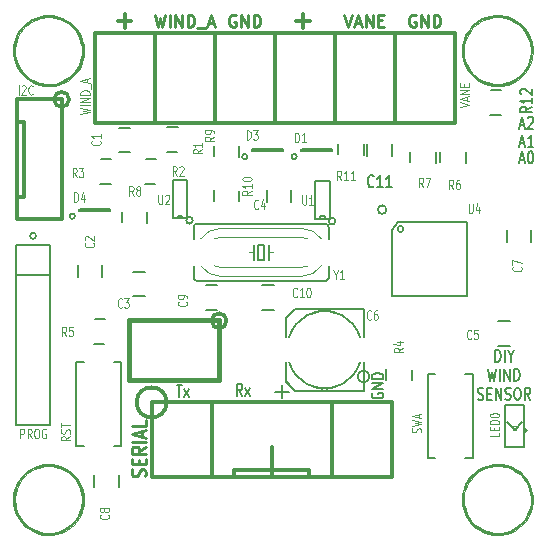
<source format=gbr>
%TF.GenerationSoftware,KiCad,Pcbnew,8.0.5*%
%TF.CreationDate,2024-10-28T18:07:43+00:00*%
%TF.ProjectId,WindSensorATMEGA328_PCB,57696e64-5365-46e7-936f-7241544d4547,rev?*%
%TF.SameCoordinates,PX5734380PY7df6180*%
%TF.FileFunction,Legend,Top*%
%TF.FilePolarity,Positive*%
%FSLAX46Y46*%
G04 Gerber Fmt 4.6, Leading zero omitted, Abs format (unit mm)*
G04 Created by KiCad (PCBNEW 8.0.5) date 2024-10-28 18:07:43*
%MOMM*%
%LPD*%
G01*
G04 APERTURE LIST*
%ADD10C,0.150000*%
%ADD11C,0.200000*%
%ADD12C,0.100000*%
%ADD13C,0.304800*%
%ADD14C,0.250000*%
%ADD15C,0.300000*%
%ADD16C,0.127000*%
%ADD17C,0.066040*%
%ADD18C,0.010000*%
%ADD19C,0.381000*%
%ADD20C,0.152400*%
%ADD21C,0.050800*%
G04 APERTURE END LIST*
D10*
X78168571Y32977896D02*
X78549524Y32977896D01*
X78092381Y32692181D02*
X78359048Y33692181D01*
X78359048Y33692181D02*
X78625714Y32692181D01*
X78854285Y33596943D02*
X78892381Y33644562D01*
X78892381Y33644562D02*
X78968571Y33692181D01*
X78968571Y33692181D02*
X79159047Y33692181D01*
X79159047Y33692181D02*
X79235238Y33644562D01*
X79235238Y33644562D02*
X79273333Y33596943D01*
X79273333Y33596943D02*
X79311428Y33501705D01*
X79311428Y33501705D02*
X79311428Y33406467D01*
X79311428Y33406467D02*
X79273333Y33263610D01*
X79273333Y33263610D02*
X78816190Y32692181D01*
X78816190Y32692181D02*
X79311428Y32692181D01*
D11*
X54660810Y10088781D02*
X54394143Y10564972D01*
X54203667Y10088781D02*
X54203667Y11088781D01*
X54203667Y11088781D02*
X54508429Y11088781D01*
X54508429Y11088781D02*
X54584619Y11041162D01*
X54584619Y11041162D02*
X54622714Y10993543D01*
X54622714Y10993543D02*
X54660810Y10898305D01*
X54660810Y10898305D02*
X54660810Y10755448D01*
X54660810Y10755448D02*
X54622714Y10660210D01*
X54622714Y10660210D02*
X54584619Y10612591D01*
X54584619Y10612591D02*
X54508429Y10564972D01*
X54508429Y10564972D02*
X54203667Y10564972D01*
X54927476Y10088781D02*
X55346524Y10755448D01*
X54927476Y10755448D02*
X55346524Y10088781D01*
X57467571Y10428900D02*
X58610429Y10428900D01*
X58039000Y9857472D02*
X58039000Y11000329D01*
X65666838Y10312477D02*
X65619219Y10236287D01*
X65619219Y10236287D02*
X65619219Y10122001D01*
X65619219Y10122001D02*
X65666838Y10007715D01*
X65666838Y10007715D02*
X65762076Y9931525D01*
X65762076Y9931525D02*
X65857314Y9893430D01*
X65857314Y9893430D02*
X66047790Y9855334D01*
X66047790Y9855334D02*
X66190647Y9855334D01*
X66190647Y9855334D02*
X66381123Y9893430D01*
X66381123Y9893430D02*
X66476361Y9931525D01*
X66476361Y9931525D02*
X66571600Y10007715D01*
X66571600Y10007715D02*
X66619219Y10122001D01*
X66619219Y10122001D02*
X66619219Y10198192D01*
X66619219Y10198192D02*
X66571600Y10312477D01*
X66571600Y10312477D02*
X66523980Y10350573D01*
X66523980Y10350573D02*
X66190647Y10350573D01*
X66190647Y10350573D02*
X66190647Y10198192D01*
X66619219Y10693430D02*
X65619219Y10693430D01*
X65619219Y10693430D02*
X66619219Y11150573D01*
X66619219Y11150573D02*
X65619219Y11150573D01*
X66619219Y11531525D02*
X65619219Y11531525D01*
X65619219Y11531525D02*
X65619219Y11722001D01*
X65619219Y11722001D02*
X65666838Y11836287D01*
X65666838Y11836287D02*
X65762076Y11912477D01*
X65762076Y11912477D02*
X65857314Y11950572D01*
X65857314Y11950572D02*
X66047790Y11988668D01*
X66047790Y11988668D02*
X66190647Y11988668D01*
X66190647Y11988668D02*
X66381123Y11950572D01*
X66381123Y11950572D02*
X66476361Y11912477D01*
X66476361Y11912477D02*
X66571600Y11836287D01*
X66571600Y11836287D02*
X66619219Y11722001D01*
X66619219Y11722001D02*
X66619219Y11531525D01*
D10*
X78168571Y31453896D02*
X78549524Y31453896D01*
X78092381Y31168181D02*
X78359048Y32168181D01*
X78359048Y32168181D02*
X78625714Y31168181D01*
X79311428Y31168181D02*
X78854285Y31168181D01*
X79082857Y31168181D02*
X79082857Y32168181D01*
X79082857Y32168181D02*
X79006666Y32025324D01*
X79006666Y32025324D02*
X78930476Y31930086D01*
X78930476Y31930086D02*
X78854285Y31882467D01*
X78168571Y30056896D02*
X78549524Y30056896D01*
X78092381Y29771181D02*
X78359048Y30771181D01*
X78359048Y30771181D02*
X78625714Y29771181D01*
X79044762Y30771181D02*
X79120952Y30771181D01*
X79120952Y30771181D02*
X79197143Y30723562D01*
X79197143Y30723562D02*
X79235238Y30675943D01*
X79235238Y30675943D02*
X79273333Y30580705D01*
X79273333Y30580705D02*
X79311428Y30390229D01*
X79311428Y30390229D02*
X79311428Y30152134D01*
X79311428Y30152134D02*
X79273333Y29961658D01*
X79273333Y29961658D02*
X79235238Y29866420D01*
X79235238Y29866420D02*
X79197143Y29818800D01*
X79197143Y29818800D02*
X79120952Y29771181D01*
X79120952Y29771181D02*
X79044762Y29771181D01*
X79044762Y29771181D02*
X78968571Y29818800D01*
X78968571Y29818800D02*
X78930476Y29866420D01*
X78930476Y29866420D02*
X78892381Y29961658D01*
X78892381Y29961658D02*
X78854285Y30152134D01*
X78854285Y30152134D02*
X78854285Y30390229D01*
X78854285Y30390229D02*
X78892381Y30580705D01*
X78892381Y30580705D02*
X78930476Y30675943D01*
X78930476Y30675943D02*
X78968571Y30723562D01*
X78968571Y30723562D02*
X79044762Y30771181D01*
D11*
X49104619Y10961781D02*
X49561762Y10961781D01*
X49333190Y9961781D02*
X49333190Y10961781D01*
X49752238Y9961781D02*
X50171286Y10628448D01*
X49752238Y10628448D02*
X50171286Y9961781D01*
X76092143Y12968725D02*
X76092143Y13968725D01*
X76092143Y13968725D02*
X76282619Y13968725D01*
X76282619Y13968725D02*
X76396905Y13921106D01*
X76396905Y13921106D02*
X76473095Y13825868D01*
X76473095Y13825868D02*
X76511190Y13730630D01*
X76511190Y13730630D02*
X76549286Y13540154D01*
X76549286Y13540154D02*
X76549286Y13397297D01*
X76549286Y13397297D02*
X76511190Y13206821D01*
X76511190Y13206821D02*
X76473095Y13111583D01*
X76473095Y13111583D02*
X76396905Y13016344D01*
X76396905Y13016344D02*
X76282619Y12968725D01*
X76282619Y12968725D02*
X76092143Y12968725D01*
X76892143Y12968725D02*
X76892143Y13968725D01*
X77425476Y13444916D02*
X77425476Y12968725D01*
X77158809Y13968725D02*
X77425476Y13444916D01*
X77425476Y13444916D02*
X77692142Y13968725D01*
X75482619Y12358781D02*
X75673095Y11358781D01*
X75673095Y11358781D02*
X75825476Y12073067D01*
X75825476Y12073067D02*
X75977857Y11358781D01*
X75977857Y11358781D02*
X76168334Y12358781D01*
X76473096Y11358781D02*
X76473096Y12358781D01*
X76854048Y11358781D02*
X76854048Y12358781D01*
X76854048Y12358781D02*
X77311191Y11358781D01*
X77311191Y11358781D02*
X77311191Y12358781D01*
X77692143Y11358781D02*
X77692143Y12358781D01*
X77692143Y12358781D02*
X77882619Y12358781D01*
X77882619Y12358781D02*
X77996905Y12311162D01*
X77996905Y12311162D02*
X78073095Y12215924D01*
X78073095Y12215924D02*
X78111190Y12120686D01*
X78111190Y12120686D02*
X78149286Y11930210D01*
X78149286Y11930210D02*
X78149286Y11787353D01*
X78149286Y11787353D02*
X78111190Y11596877D01*
X78111190Y11596877D02*
X78073095Y11501639D01*
X78073095Y11501639D02*
X77996905Y11406400D01*
X77996905Y11406400D02*
X77882619Y11358781D01*
X77882619Y11358781D02*
X77692143Y11358781D01*
X74625475Y9796456D02*
X74739761Y9748837D01*
X74739761Y9748837D02*
X74930237Y9748837D01*
X74930237Y9748837D02*
X75006428Y9796456D01*
X75006428Y9796456D02*
X75044523Y9844076D01*
X75044523Y9844076D02*
X75082618Y9939314D01*
X75082618Y9939314D02*
X75082618Y10034552D01*
X75082618Y10034552D02*
X75044523Y10129790D01*
X75044523Y10129790D02*
X75006428Y10177409D01*
X75006428Y10177409D02*
X74930237Y10225028D01*
X74930237Y10225028D02*
X74777856Y10272647D01*
X74777856Y10272647D02*
X74701666Y10320266D01*
X74701666Y10320266D02*
X74663571Y10367885D01*
X74663571Y10367885D02*
X74625475Y10463123D01*
X74625475Y10463123D02*
X74625475Y10558361D01*
X74625475Y10558361D02*
X74663571Y10653599D01*
X74663571Y10653599D02*
X74701666Y10701218D01*
X74701666Y10701218D02*
X74777856Y10748837D01*
X74777856Y10748837D02*
X74968333Y10748837D01*
X74968333Y10748837D02*
X75082618Y10701218D01*
X75425476Y10272647D02*
X75692142Y10272647D01*
X75806428Y9748837D02*
X75425476Y9748837D01*
X75425476Y9748837D02*
X75425476Y10748837D01*
X75425476Y10748837D02*
X75806428Y10748837D01*
X76149286Y9748837D02*
X76149286Y10748837D01*
X76149286Y10748837D02*
X76606429Y9748837D01*
X76606429Y9748837D02*
X76606429Y10748837D01*
X76949285Y9796456D02*
X77063571Y9748837D01*
X77063571Y9748837D02*
X77254047Y9748837D01*
X77254047Y9748837D02*
X77330238Y9796456D01*
X77330238Y9796456D02*
X77368333Y9844076D01*
X77368333Y9844076D02*
X77406428Y9939314D01*
X77406428Y9939314D02*
X77406428Y10034552D01*
X77406428Y10034552D02*
X77368333Y10129790D01*
X77368333Y10129790D02*
X77330238Y10177409D01*
X77330238Y10177409D02*
X77254047Y10225028D01*
X77254047Y10225028D02*
X77101666Y10272647D01*
X77101666Y10272647D02*
X77025476Y10320266D01*
X77025476Y10320266D02*
X76987381Y10367885D01*
X76987381Y10367885D02*
X76949285Y10463123D01*
X76949285Y10463123D02*
X76949285Y10558361D01*
X76949285Y10558361D02*
X76987381Y10653599D01*
X76987381Y10653599D02*
X77025476Y10701218D01*
X77025476Y10701218D02*
X77101666Y10748837D01*
X77101666Y10748837D02*
X77292143Y10748837D01*
X77292143Y10748837D02*
X77406428Y10701218D01*
X77901667Y10748837D02*
X78054048Y10748837D01*
X78054048Y10748837D02*
X78130238Y10701218D01*
X78130238Y10701218D02*
X78206429Y10605980D01*
X78206429Y10605980D02*
X78244524Y10415504D01*
X78244524Y10415504D02*
X78244524Y10082171D01*
X78244524Y10082171D02*
X78206429Y9891695D01*
X78206429Y9891695D02*
X78130238Y9796456D01*
X78130238Y9796456D02*
X78054048Y9748837D01*
X78054048Y9748837D02*
X77901667Y9748837D01*
X77901667Y9748837D02*
X77825476Y9796456D01*
X77825476Y9796456D02*
X77749286Y9891695D01*
X77749286Y9891695D02*
X77711190Y10082171D01*
X77711190Y10082171D02*
X77711190Y10415504D01*
X77711190Y10415504D02*
X77749286Y10605980D01*
X77749286Y10605980D02*
X77825476Y10701218D01*
X77825476Y10701218D02*
X77901667Y10748837D01*
X79044524Y9748837D02*
X78777857Y10225028D01*
X78587381Y9748837D02*
X78587381Y10748837D01*
X78587381Y10748837D02*
X78892143Y10748837D01*
X78892143Y10748837D02*
X78968333Y10701218D01*
X78968333Y10701218D02*
X79006428Y10653599D01*
X79006428Y10653599D02*
X79044524Y10558361D01*
X79044524Y10558361D02*
X79044524Y10415504D01*
X79044524Y10415504D02*
X79006428Y10320266D01*
X79006428Y10320266D02*
X78968333Y10272647D01*
X78968333Y10272647D02*
X78892143Y10225028D01*
X78892143Y10225028D02*
X78587381Y10225028D01*
D12*
X40966895Y33933001D02*
X41766895Y34075858D01*
X41766895Y34075858D02*
X41195466Y34190144D01*
X41195466Y34190144D02*
X41766895Y34304429D01*
X41766895Y34304429D02*
X40966895Y34447286D01*
X41766895Y34675858D02*
X40966895Y34675858D01*
X41766895Y34961572D02*
X40966895Y34961572D01*
X40966895Y34961572D02*
X41766895Y35304429D01*
X41766895Y35304429D02*
X40966895Y35304429D01*
X41766895Y35590143D02*
X40966895Y35590143D01*
X40966895Y35590143D02*
X40966895Y35733000D01*
X40966895Y35733000D02*
X41004990Y35818714D01*
X41004990Y35818714D02*
X41081180Y35875857D01*
X41081180Y35875857D02*
X41157371Y35904428D01*
X41157371Y35904428D02*
X41309752Y35933000D01*
X41309752Y35933000D02*
X41424038Y35933000D01*
X41424038Y35933000D02*
X41576419Y35904428D01*
X41576419Y35904428D02*
X41652609Y35875857D01*
X41652609Y35875857D02*
X41728800Y35818714D01*
X41728800Y35818714D02*
X41766895Y35733000D01*
X41766895Y35733000D02*
X41766895Y35590143D01*
X41843085Y36047285D02*
X41843085Y36504428D01*
X41538323Y36618714D02*
X41538323Y36904428D01*
X41766895Y36561571D02*
X40966895Y36761571D01*
X40966895Y36761571D02*
X41766895Y36961571D01*
D13*
X44123429Y41801390D02*
X45284572Y41801390D01*
X44704000Y41220819D02*
X44704000Y42381962D01*
D14*
X47284000Y42333381D02*
X47522095Y41333381D01*
X47522095Y41333381D02*
X47712571Y42047667D01*
X47712571Y42047667D02*
X47903047Y41333381D01*
X47903047Y41333381D02*
X48141143Y42333381D01*
X48522095Y41333381D02*
X48522095Y42333381D01*
X48998285Y41333381D02*
X48998285Y42333381D01*
X48998285Y42333381D02*
X49569713Y41333381D01*
X49569713Y41333381D02*
X49569713Y42333381D01*
X50045904Y41333381D02*
X50045904Y42333381D01*
X50045904Y42333381D02*
X50283999Y42333381D01*
X50283999Y42333381D02*
X50426856Y42285762D01*
X50426856Y42285762D02*
X50522094Y42190524D01*
X50522094Y42190524D02*
X50569713Y42095286D01*
X50569713Y42095286D02*
X50617332Y41904810D01*
X50617332Y41904810D02*
X50617332Y41761953D01*
X50617332Y41761953D02*
X50569713Y41571477D01*
X50569713Y41571477D02*
X50522094Y41476239D01*
X50522094Y41476239D02*
X50426856Y41381000D01*
X50426856Y41381000D02*
X50283999Y41333381D01*
X50283999Y41333381D02*
X50045904Y41333381D01*
X50807809Y41238143D02*
X51569713Y41238143D01*
X51760190Y41619096D02*
X52236380Y41619096D01*
X51664952Y41333381D02*
X51998285Y42333381D01*
X51998285Y42333381D02*
X52331618Y41333381D01*
X54102095Y42285762D02*
X54006857Y42333381D01*
X54006857Y42333381D02*
X53864000Y42333381D01*
X53864000Y42333381D02*
X53721143Y42285762D01*
X53721143Y42285762D02*
X53625905Y42190524D01*
X53625905Y42190524D02*
X53578286Y42095286D01*
X53578286Y42095286D02*
X53530667Y41904810D01*
X53530667Y41904810D02*
X53530667Y41761953D01*
X53530667Y41761953D02*
X53578286Y41571477D01*
X53578286Y41571477D02*
X53625905Y41476239D01*
X53625905Y41476239D02*
X53721143Y41381000D01*
X53721143Y41381000D02*
X53864000Y41333381D01*
X53864000Y41333381D02*
X53959238Y41333381D01*
X53959238Y41333381D02*
X54102095Y41381000D01*
X54102095Y41381000D02*
X54149714Y41428620D01*
X54149714Y41428620D02*
X54149714Y41761953D01*
X54149714Y41761953D02*
X53959238Y41761953D01*
X54578286Y41333381D02*
X54578286Y42333381D01*
X54578286Y42333381D02*
X55149714Y41333381D01*
X55149714Y41333381D02*
X55149714Y42333381D01*
X55625905Y41333381D02*
X55625905Y42333381D01*
X55625905Y42333381D02*
X55864000Y42333381D01*
X55864000Y42333381D02*
X56006857Y42285762D01*
X56006857Y42285762D02*
X56102095Y42190524D01*
X56102095Y42190524D02*
X56149714Y42095286D01*
X56149714Y42095286D02*
X56197333Y41904810D01*
X56197333Y41904810D02*
X56197333Y41761953D01*
X56197333Y41761953D02*
X56149714Y41571477D01*
X56149714Y41571477D02*
X56102095Y41476239D01*
X56102095Y41476239D02*
X56006857Y41381000D01*
X56006857Y41381000D02*
X55864000Y41333381D01*
X55864000Y41333381D02*
X55625905Y41333381D01*
D12*
X73097895Y34517143D02*
X73897895Y34717143D01*
X73897895Y34717143D02*
X73097895Y34917143D01*
X73669323Y35088572D02*
X73669323Y35374286D01*
X73897895Y35031429D02*
X73097895Y35231429D01*
X73097895Y35231429D02*
X73897895Y35431429D01*
X73897895Y35631430D02*
X73097895Y35631430D01*
X73097895Y35631430D02*
X73897895Y35974287D01*
X73897895Y35974287D02*
X73097895Y35974287D01*
X73478847Y36260001D02*
X73478847Y36460001D01*
X73897895Y36545715D02*
X73897895Y36260001D01*
X73897895Y36260001D02*
X73097895Y36260001D01*
X73097895Y36260001D02*
X73097895Y36545715D01*
D14*
X63285905Y42333381D02*
X63619238Y41333381D01*
X63619238Y41333381D02*
X63952571Y42333381D01*
X64238286Y41619096D02*
X64714476Y41619096D01*
X64143048Y41333381D02*
X64476381Y42333381D01*
X64476381Y42333381D02*
X64809714Y41333381D01*
X65143048Y41333381D02*
X65143048Y42333381D01*
X65143048Y42333381D02*
X65714476Y41333381D01*
X65714476Y41333381D02*
X65714476Y42333381D01*
X66190667Y41857191D02*
X66524000Y41857191D01*
X66666857Y41333381D02*
X66190667Y41333381D01*
X66190667Y41333381D02*
X66190667Y42333381D01*
X66190667Y42333381D02*
X66666857Y42333381D01*
D13*
X59236429Y41801390D02*
X60397572Y41801390D01*
X59817000Y41220819D02*
X59817000Y42381962D01*
D14*
X69342095Y42285762D02*
X69246857Y42333381D01*
X69246857Y42333381D02*
X69104000Y42333381D01*
X69104000Y42333381D02*
X68961143Y42285762D01*
X68961143Y42285762D02*
X68865905Y42190524D01*
X68865905Y42190524D02*
X68818286Y42095286D01*
X68818286Y42095286D02*
X68770667Y41904810D01*
X68770667Y41904810D02*
X68770667Y41761953D01*
X68770667Y41761953D02*
X68818286Y41571477D01*
X68818286Y41571477D02*
X68865905Y41476239D01*
X68865905Y41476239D02*
X68961143Y41381000D01*
X68961143Y41381000D02*
X69104000Y41333381D01*
X69104000Y41333381D02*
X69199238Y41333381D01*
X69199238Y41333381D02*
X69342095Y41381000D01*
X69342095Y41381000D02*
X69389714Y41428620D01*
X69389714Y41428620D02*
X69389714Y41761953D01*
X69389714Y41761953D02*
X69199238Y41761953D01*
X69818286Y41333381D02*
X69818286Y42333381D01*
X69818286Y42333381D02*
X70389714Y41333381D01*
X70389714Y41333381D02*
X70389714Y42333381D01*
X70865905Y41333381D02*
X70865905Y42333381D01*
X70865905Y42333381D02*
X71104000Y42333381D01*
X71104000Y42333381D02*
X71246857Y42285762D01*
X71246857Y42285762D02*
X71342095Y42190524D01*
X71342095Y42190524D02*
X71389714Y42095286D01*
X71389714Y42095286D02*
X71437333Y41904810D01*
X71437333Y41904810D02*
X71437333Y41761953D01*
X71437333Y41761953D02*
X71389714Y41571477D01*
X71389714Y41571477D02*
X71342095Y41476239D01*
X71342095Y41476239D02*
X71246857Y41381000D01*
X71246857Y41381000D02*
X71104000Y41333381D01*
X71104000Y41333381D02*
X70865905Y41333381D01*
X46459000Y3278477D02*
X46516142Y3421334D01*
X46516142Y3421334D02*
X46516142Y3659429D01*
X46516142Y3659429D02*
X46459000Y3754667D01*
X46459000Y3754667D02*
X46401857Y3802286D01*
X46401857Y3802286D02*
X46287571Y3849905D01*
X46287571Y3849905D02*
X46173285Y3849905D01*
X46173285Y3849905D02*
X46059000Y3802286D01*
X46059000Y3802286D02*
X46001857Y3754667D01*
X46001857Y3754667D02*
X45944714Y3659429D01*
X45944714Y3659429D02*
X45887571Y3468953D01*
X45887571Y3468953D02*
X45830428Y3373715D01*
X45830428Y3373715D02*
X45773285Y3326096D01*
X45773285Y3326096D02*
X45659000Y3278477D01*
X45659000Y3278477D02*
X45544714Y3278477D01*
X45544714Y3278477D02*
X45430428Y3326096D01*
X45430428Y3326096D02*
X45373285Y3373715D01*
X45373285Y3373715D02*
X45316142Y3468953D01*
X45316142Y3468953D02*
X45316142Y3707048D01*
X45316142Y3707048D02*
X45373285Y3849905D01*
X45887571Y4278477D02*
X45887571Y4611810D01*
X46516142Y4754667D02*
X46516142Y4278477D01*
X46516142Y4278477D02*
X45316142Y4278477D01*
X45316142Y4278477D02*
X45316142Y4754667D01*
X46516142Y5754667D02*
X45944714Y5421334D01*
X46516142Y5183239D02*
X45316142Y5183239D01*
X45316142Y5183239D02*
X45316142Y5564191D01*
X45316142Y5564191D02*
X45373285Y5659429D01*
X45373285Y5659429D02*
X45430428Y5707048D01*
X45430428Y5707048D02*
X45544714Y5754667D01*
X45544714Y5754667D02*
X45716142Y5754667D01*
X45716142Y5754667D02*
X45830428Y5707048D01*
X45830428Y5707048D02*
X45887571Y5659429D01*
X45887571Y5659429D02*
X45944714Y5564191D01*
X45944714Y5564191D02*
X45944714Y5183239D01*
X46516142Y6183239D02*
X45316142Y6183239D01*
X46173285Y6611810D02*
X46173285Y7088000D01*
X46516142Y6516572D02*
X45316142Y6849905D01*
X45316142Y6849905D02*
X46516142Y7183238D01*
X46516142Y7992762D02*
X46516142Y7516572D01*
X46516142Y7516572D02*
X45316142Y7516572D01*
D12*
X78266704Y20982001D02*
X78304800Y20953429D01*
X78304800Y20953429D02*
X78342895Y20867715D01*
X78342895Y20867715D02*
X78342895Y20810572D01*
X78342895Y20810572D02*
X78304800Y20724858D01*
X78304800Y20724858D02*
X78228609Y20667715D01*
X78228609Y20667715D02*
X78152419Y20639144D01*
X78152419Y20639144D02*
X78000038Y20610572D01*
X78000038Y20610572D02*
X77885752Y20610572D01*
X77885752Y20610572D02*
X77733371Y20639144D01*
X77733371Y20639144D02*
X77657180Y20667715D01*
X77657180Y20667715D02*
X77580990Y20724858D01*
X77580990Y20724858D02*
X77542895Y20810572D01*
X77542895Y20810572D02*
X77542895Y20867715D01*
X77542895Y20867715D02*
X77580990Y20953429D01*
X77580990Y20953429D02*
X77619085Y20982001D01*
X77542895Y21182001D02*
X77542895Y21582001D01*
X77542895Y21582001D02*
X78342895Y21324858D01*
X43341704Y27001D02*
X43379800Y-1571D01*
X43379800Y-1571D02*
X43417895Y-87285D01*
X43417895Y-87285D02*
X43417895Y-144428D01*
X43417895Y-144428D02*
X43379800Y-230142D01*
X43379800Y-230142D02*
X43303609Y-287285D01*
X43303609Y-287285D02*
X43227419Y-315856D01*
X43227419Y-315856D02*
X43075038Y-344428D01*
X43075038Y-344428D02*
X42960752Y-344428D01*
X42960752Y-344428D02*
X42808371Y-315856D01*
X42808371Y-315856D02*
X42732180Y-287285D01*
X42732180Y-287285D02*
X42655990Y-230142D01*
X42655990Y-230142D02*
X42617895Y-144428D01*
X42617895Y-144428D02*
X42617895Y-87285D01*
X42617895Y-87285D02*
X42655990Y-1571D01*
X42655990Y-1571D02*
X42694085Y27001D01*
X42960752Y369858D02*
X42922657Y312715D01*
X42922657Y312715D02*
X42884561Y284144D01*
X42884561Y284144D02*
X42808371Y255572D01*
X42808371Y255572D02*
X42770276Y255572D01*
X42770276Y255572D02*
X42694085Y284144D01*
X42694085Y284144D02*
X42655990Y312715D01*
X42655990Y312715D02*
X42617895Y369858D01*
X42617895Y369858D02*
X42617895Y484144D01*
X42617895Y484144D02*
X42655990Y541286D01*
X42655990Y541286D02*
X42694085Y569858D01*
X42694085Y569858D02*
X42770276Y598429D01*
X42770276Y598429D02*
X42808371Y598429D01*
X42808371Y598429D02*
X42884561Y569858D01*
X42884561Y569858D02*
X42922657Y541286D01*
X42922657Y541286D02*
X42960752Y484144D01*
X42960752Y484144D02*
X42960752Y369858D01*
X42960752Y369858D02*
X42998847Y312715D01*
X42998847Y312715D02*
X43036942Y284144D01*
X43036942Y284144D02*
X43113133Y255572D01*
X43113133Y255572D02*
X43265514Y255572D01*
X43265514Y255572D02*
X43341704Y284144D01*
X43341704Y284144D02*
X43379800Y312715D01*
X43379800Y312715D02*
X43417895Y369858D01*
X43417895Y369858D02*
X43417895Y484144D01*
X43417895Y484144D02*
X43379800Y541286D01*
X43379800Y541286D02*
X43341704Y569858D01*
X43341704Y569858D02*
X43265514Y598429D01*
X43265514Y598429D02*
X43113133Y598429D01*
X43113133Y598429D02*
X43036942Y569858D01*
X43036942Y569858D02*
X42998847Y541286D01*
X42998847Y541286D02*
X42960752Y484144D01*
X49945704Y18061001D02*
X49983800Y18032429D01*
X49983800Y18032429D02*
X50021895Y17946715D01*
X50021895Y17946715D02*
X50021895Y17889572D01*
X50021895Y17889572D02*
X49983800Y17803858D01*
X49983800Y17803858D02*
X49907609Y17746715D01*
X49907609Y17746715D02*
X49831419Y17718144D01*
X49831419Y17718144D02*
X49679038Y17689572D01*
X49679038Y17689572D02*
X49564752Y17689572D01*
X49564752Y17689572D02*
X49412371Y17718144D01*
X49412371Y17718144D02*
X49336180Y17746715D01*
X49336180Y17746715D02*
X49259990Y17803858D01*
X49259990Y17803858D02*
X49221895Y17889572D01*
X49221895Y17889572D02*
X49221895Y17946715D01*
X49221895Y17946715D02*
X49259990Y18032429D01*
X49259990Y18032429D02*
X49298085Y18061001D01*
X50021895Y18346715D02*
X50021895Y18461001D01*
X50021895Y18461001D02*
X49983800Y18518144D01*
X49983800Y18518144D02*
X49945704Y18546715D01*
X49945704Y18546715D02*
X49831419Y18603858D01*
X49831419Y18603858D02*
X49679038Y18632429D01*
X49679038Y18632429D02*
X49374276Y18632429D01*
X49374276Y18632429D02*
X49298085Y18603858D01*
X49298085Y18603858D02*
X49259990Y18575286D01*
X49259990Y18575286D02*
X49221895Y18518144D01*
X49221895Y18518144D02*
X49221895Y18403858D01*
X49221895Y18403858D02*
X49259990Y18346715D01*
X49259990Y18346715D02*
X49298085Y18318144D01*
X49298085Y18318144D02*
X49374276Y18289572D01*
X49374276Y18289572D02*
X49564752Y18289572D01*
X49564752Y18289572D02*
X49640942Y18318144D01*
X49640942Y18318144D02*
X49679038Y18346715D01*
X49679038Y18346715D02*
X49717133Y18403858D01*
X49717133Y18403858D02*
X49717133Y18518144D01*
X49717133Y18518144D02*
X49679038Y18575286D01*
X49679038Y18575286D02*
X49640942Y18603858D01*
X49640942Y18603858D02*
X49564752Y18632429D01*
X59304285Y18507296D02*
X59275713Y18469200D01*
X59275713Y18469200D02*
X59189999Y18431105D01*
X59189999Y18431105D02*
X59132856Y18431105D01*
X59132856Y18431105D02*
X59047142Y18469200D01*
X59047142Y18469200D02*
X58989999Y18545391D01*
X58989999Y18545391D02*
X58961428Y18621581D01*
X58961428Y18621581D02*
X58932856Y18773962D01*
X58932856Y18773962D02*
X58932856Y18888248D01*
X58932856Y18888248D02*
X58961428Y19040629D01*
X58961428Y19040629D02*
X58989999Y19116820D01*
X58989999Y19116820D02*
X59047142Y19193010D01*
X59047142Y19193010D02*
X59132856Y19231105D01*
X59132856Y19231105D02*
X59189999Y19231105D01*
X59189999Y19231105D02*
X59275713Y19193010D01*
X59275713Y19193010D02*
X59304285Y19154915D01*
X59875713Y18431105D02*
X59532856Y18431105D01*
X59704285Y18431105D02*
X59704285Y19231105D01*
X59704285Y19231105D02*
X59647142Y19116820D01*
X59647142Y19116820D02*
X59589999Y19040629D01*
X59589999Y19040629D02*
X59532856Y19002534D01*
X60247142Y19231105D02*
X60304285Y19231105D01*
X60304285Y19231105D02*
X60361428Y19193010D01*
X60361428Y19193010D02*
X60390000Y19154915D01*
X60390000Y19154915D02*
X60418571Y19078724D01*
X60418571Y19078724D02*
X60447142Y18926343D01*
X60447142Y18926343D02*
X60447142Y18735867D01*
X60447142Y18735867D02*
X60418571Y18583486D01*
X60418571Y18583486D02*
X60390000Y18507296D01*
X60390000Y18507296D02*
X60361428Y18469200D01*
X60361428Y18469200D02*
X60304285Y18431105D01*
X60304285Y18431105D02*
X60247142Y18431105D01*
X60247142Y18431105D02*
X60190000Y18469200D01*
X60190000Y18469200D02*
X60161428Y18507296D01*
X60161428Y18507296D02*
X60132857Y18583486D01*
X60132857Y18583486D02*
X60104285Y18735867D01*
X60104285Y18735867D02*
X60104285Y18926343D01*
X60104285Y18926343D02*
X60132857Y19078724D01*
X60132857Y19078724D02*
X60161428Y19154915D01*
X60161428Y19154915D02*
X60190000Y19193010D01*
X60190000Y19193010D02*
X60247142Y19231105D01*
X35885572Y6493105D02*
X35885572Y7293105D01*
X35885572Y7293105D02*
X36114143Y7293105D01*
X36114143Y7293105D02*
X36171286Y7255010D01*
X36171286Y7255010D02*
X36199857Y7216915D01*
X36199857Y7216915D02*
X36228429Y7140724D01*
X36228429Y7140724D02*
X36228429Y7026439D01*
X36228429Y7026439D02*
X36199857Y6950248D01*
X36199857Y6950248D02*
X36171286Y6912153D01*
X36171286Y6912153D02*
X36114143Y6874058D01*
X36114143Y6874058D02*
X35885572Y6874058D01*
X36828429Y6493105D02*
X36628429Y6874058D01*
X36485572Y6493105D02*
X36485572Y7293105D01*
X36485572Y7293105D02*
X36714143Y7293105D01*
X36714143Y7293105D02*
X36771286Y7255010D01*
X36771286Y7255010D02*
X36799857Y7216915D01*
X36799857Y7216915D02*
X36828429Y7140724D01*
X36828429Y7140724D02*
X36828429Y7026439D01*
X36828429Y7026439D02*
X36799857Y6950248D01*
X36799857Y6950248D02*
X36771286Y6912153D01*
X36771286Y6912153D02*
X36714143Y6874058D01*
X36714143Y6874058D02*
X36485572Y6874058D01*
X37199857Y7293105D02*
X37314143Y7293105D01*
X37314143Y7293105D02*
X37371286Y7255010D01*
X37371286Y7255010D02*
X37428429Y7178820D01*
X37428429Y7178820D02*
X37457000Y7026439D01*
X37457000Y7026439D02*
X37457000Y6759772D01*
X37457000Y6759772D02*
X37428429Y6607391D01*
X37428429Y6607391D02*
X37371286Y6531200D01*
X37371286Y6531200D02*
X37314143Y6493105D01*
X37314143Y6493105D02*
X37199857Y6493105D01*
X37199857Y6493105D02*
X37142715Y6531200D01*
X37142715Y6531200D02*
X37085572Y6607391D01*
X37085572Y6607391D02*
X37057000Y6759772D01*
X37057000Y6759772D02*
X37057000Y7026439D01*
X37057000Y7026439D02*
X37085572Y7178820D01*
X37085572Y7178820D02*
X37142715Y7255010D01*
X37142715Y7255010D02*
X37199857Y7293105D01*
X38028428Y7255010D02*
X37971286Y7293105D01*
X37971286Y7293105D02*
X37885571Y7293105D01*
X37885571Y7293105D02*
X37799857Y7255010D01*
X37799857Y7255010D02*
X37742714Y7178820D01*
X37742714Y7178820D02*
X37714143Y7102629D01*
X37714143Y7102629D02*
X37685571Y6950248D01*
X37685571Y6950248D02*
X37685571Y6835962D01*
X37685571Y6835962D02*
X37714143Y6683581D01*
X37714143Y6683581D02*
X37742714Y6607391D01*
X37742714Y6607391D02*
X37799857Y6531200D01*
X37799857Y6531200D02*
X37885571Y6493105D01*
X37885571Y6493105D02*
X37942714Y6493105D01*
X37942714Y6493105D02*
X38028428Y6531200D01*
X38028428Y6531200D02*
X38057000Y6569296D01*
X38057000Y6569296D02*
X38057000Y6835962D01*
X38057000Y6835962D02*
X37942714Y6835962D01*
X70004000Y27727505D02*
X69804000Y28108458D01*
X69661143Y27727505D02*
X69661143Y28527505D01*
X69661143Y28527505D02*
X69889714Y28527505D01*
X69889714Y28527505D02*
X69946857Y28489410D01*
X69946857Y28489410D02*
X69975428Y28451315D01*
X69975428Y28451315D02*
X70004000Y28375124D01*
X70004000Y28375124D02*
X70004000Y28260839D01*
X70004000Y28260839D02*
X69975428Y28184648D01*
X69975428Y28184648D02*
X69946857Y28146553D01*
X69946857Y28146553D02*
X69889714Y28108458D01*
X69889714Y28108458D02*
X69661143Y28108458D01*
X70204000Y28527505D02*
X70604000Y28527505D01*
X70604000Y28527505D02*
X70346857Y27727505D01*
X40115895Y6656429D02*
X39734942Y6456429D01*
X40115895Y6313572D02*
X39315895Y6313572D01*
X39315895Y6313572D02*
X39315895Y6542143D01*
X39315895Y6542143D02*
X39353990Y6599286D01*
X39353990Y6599286D02*
X39392085Y6627857D01*
X39392085Y6627857D02*
X39468276Y6656429D01*
X39468276Y6656429D02*
X39582561Y6656429D01*
X39582561Y6656429D02*
X39658752Y6627857D01*
X39658752Y6627857D02*
X39696847Y6599286D01*
X39696847Y6599286D02*
X39734942Y6542143D01*
X39734942Y6542143D02*
X39734942Y6313572D01*
X40077800Y6885000D02*
X40115895Y6970714D01*
X40115895Y6970714D02*
X40115895Y7113572D01*
X40115895Y7113572D02*
X40077800Y7170714D01*
X40077800Y7170714D02*
X40039704Y7199286D01*
X40039704Y7199286D02*
X39963514Y7227857D01*
X39963514Y7227857D02*
X39887323Y7227857D01*
X39887323Y7227857D02*
X39811133Y7199286D01*
X39811133Y7199286D02*
X39773038Y7170714D01*
X39773038Y7170714D02*
X39734942Y7113572D01*
X39734942Y7113572D02*
X39696847Y6999286D01*
X39696847Y6999286D02*
X39658752Y6942143D01*
X39658752Y6942143D02*
X39620657Y6913572D01*
X39620657Y6913572D02*
X39544466Y6885000D01*
X39544466Y6885000D02*
X39468276Y6885000D01*
X39468276Y6885000D02*
X39392085Y6913572D01*
X39392085Y6913572D02*
X39353990Y6942143D01*
X39353990Y6942143D02*
X39315895Y6999286D01*
X39315895Y6999286D02*
X39315895Y7142143D01*
X39315895Y7142143D02*
X39353990Y7227857D01*
X39315895Y7399286D02*
X39315895Y7742143D01*
X40115895Y7570715D02*
X39315895Y7570715D01*
X73837857Y26343105D02*
X73837857Y25695486D01*
X73837857Y25695486D02*
X73866428Y25619296D01*
X73866428Y25619296D02*
X73895000Y25581200D01*
X73895000Y25581200D02*
X73952142Y25543105D01*
X73952142Y25543105D02*
X74066428Y25543105D01*
X74066428Y25543105D02*
X74123571Y25581200D01*
X74123571Y25581200D02*
X74152142Y25619296D01*
X74152142Y25619296D02*
X74180714Y25695486D01*
X74180714Y25695486D02*
X74180714Y26343105D01*
X74723571Y26076439D02*
X74723571Y25543105D01*
X74580713Y26381200D02*
X74437856Y25809772D01*
X74437856Y25809772D02*
X74809285Y25809772D01*
X74068000Y14951296D02*
X74039428Y14913200D01*
X74039428Y14913200D02*
X73953714Y14875105D01*
X73953714Y14875105D02*
X73896571Y14875105D01*
X73896571Y14875105D02*
X73810857Y14913200D01*
X73810857Y14913200D02*
X73753714Y14989391D01*
X73753714Y14989391D02*
X73725143Y15065581D01*
X73725143Y15065581D02*
X73696571Y15217962D01*
X73696571Y15217962D02*
X73696571Y15332248D01*
X73696571Y15332248D02*
X73725143Y15484629D01*
X73725143Y15484629D02*
X73753714Y15560820D01*
X73753714Y15560820D02*
X73810857Y15637010D01*
X73810857Y15637010D02*
X73896571Y15675105D01*
X73896571Y15675105D02*
X73953714Y15675105D01*
X73953714Y15675105D02*
X74039428Y15637010D01*
X74039428Y15637010D02*
X74068000Y15598915D01*
X74610857Y15675105D02*
X74325143Y15675105D01*
X74325143Y15675105D02*
X74296571Y15294153D01*
X74296571Y15294153D02*
X74325143Y15332248D01*
X74325143Y15332248D02*
X74382286Y15370343D01*
X74382286Y15370343D02*
X74525143Y15370343D01*
X74525143Y15370343D02*
X74582286Y15332248D01*
X74582286Y15332248D02*
X74610857Y15294153D01*
X74610857Y15294153D02*
X74639428Y15217962D01*
X74639428Y15217962D02*
X74639428Y15027486D01*
X74639428Y15027486D02*
X74610857Y14951296D01*
X74610857Y14951296D02*
X74582286Y14913200D01*
X74582286Y14913200D02*
X74525143Y14875105D01*
X74525143Y14875105D02*
X74382286Y14875105D01*
X74382286Y14875105D02*
X74325143Y14913200D01*
X74325143Y14913200D02*
X74296571Y14951296D01*
X35736286Y35576105D02*
X35736286Y36376105D01*
X35993428Y36299915D02*
X36022000Y36338010D01*
X36022000Y36338010D02*
X36079143Y36376105D01*
X36079143Y36376105D02*
X36222000Y36376105D01*
X36222000Y36376105D02*
X36279143Y36338010D01*
X36279143Y36338010D02*
X36307714Y36299915D01*
X36307714Y36299915D02*
X36336285Y36223724D01*
X36336285Y36223724D02*
X36336285Y36147534D01*
X36336285Y36147534D02*
X36307714Y36033248D01*
X36307714Y36033248D02*
X35964857Y35576105D01*
X35964857Y35576105D02*
X36336285Y35576105D01*
X36936286Y35652296D02*
X36907714Y35614200D01*
X36907714Y35614200D02*
X36822000Y35576105D01*
X36822000Y35576105D02*
X36764857Y35576105D01*
X36764857Y35576105D02*
X36679143Y35614200D01*
X36679143Y35614200D02*
X36622000Y35690391D01*
X36622000Y35690391D02*
X36593429Y35766581D01*
X36593429Y35766581D02*
X36564857Y35918962D01*
X36564857Y35918962D02*
X36564857Y36033248D01*
X36564857Y36033248D02*
X36593429Y36185629D01*
X36593429Y36185629D02*
X36622000Y36261820D01*
X36622000Y36261820D02*
X36679143Y36338010D01*
X36679143Y36338010D02*
X36764857Y36376105D01*
X36764857Y36376105D02*
X36822000Y36376105D01*
X36822000Y36376105D02*
X36907714Y36338010D01*
X36907714Y36338010D02*
X36936286Y36299915D01*
X72544000Y27580105D02*
X72344000Y27961058D01*
X72201143Y27580105D02*
X72201143Y28380105D01*
X72201143Y28380105D02*
X72429714Y28380105D01*
X72429714Y28380105D02*
X72486857Y28342010D01*
X72486857Y28342010D02*
X72515428Y28303915D01*
X72515428Y28303915D02*
X72544000Y28227724D01*
X72544000Y28227724D02*
X72544000Y28113439D01*
X72544000Y28113439D02*
X72515428Y28037248D01*
X72515428Y28037248D02*
X72486857Y27999153D01*
X72486857Y27999153D02*
X72429714Y27961058D01*
X72429714Y27961058D02*
X72201143Y27961058D01*
X73058286Y28380105D02*
X72944000Y28380105D01*
X72944000Y28380105D02*
X72886857Y28342010D01*
X72886857Y28342010D02*
X72858286Y28303915D01*
X72858286Y28303915D02*
X72801143Y28189629D01*
X72801143Y28189629D02*
X72772571Y28037248D01*
X72772571Y28037248D02*
X72772571Y27732486D01*
X72772571Y27732486D02*
X72801143Y27656296D01*
X72801143Y27656296D02*
X72829714Y27618200D01*
X72829714Y27618200D02*
X72886857Y27580105D01*
X72886857Y27580105D02*
X73001143Y27580105D01*
X73001143Y27580105D02*
X73058286Y27618200D01*
X73058286Y27618200D02*
X73086857Y27656296D01*
X73086857Y27656296D02*
X73115428Y27732486D01*
X73115428Y27732486D02*
X73115428Y27922962D01*
X73115428Y27922962D02*
X73086857Y27999153D01*
X73086857Y27999153D02*
X73058286Y28037248D01*
X73058286Y28037248D02*
X73001143Y28075343D01*
X73001143Y28075343D02*
X72886857Y28075343D01*
X72886857Y28075343D02*
X72829714Y28037248D01*
X72829714Y28037248D02*
X72801143Y27999153D01*
X72801143Y27999153D02*
X72772571Y27922962D01*
X69795800Y6975572D02*
X69833895Y7061286D01*
X69833895Y7061286D02*
X69833895Y7204144D01*
X69833895Y7204144D02*
X69795800Y7261286D01*
X69795800Y7261286D02*
X69757704Y7289858D01*
X69757704Y7289858D02*
X69681514Y7318429D01*
X69681514Y7318429D02*
X69605323Y7318429D01*
X69605323Y7318429D02*
X69529133Y7289858D01*
X69529133Y7289858D02*
X69491038Y7261286D01*
X69491038Y7261286D02*
X69452942Y7204144D01*
X69452942Y7204144D02*
X69414847Y7089858D01*
X69414847Y7089858D02*
X69376752Y7032715D01*
X69376752Y7032715D02*
X69338657Y7004144D01*
X69338657Y7004144D02*
X69262466Y6975572D01*
X69262466Y6975572D02*
X69186276Y6975572D01*
X69186276Y6975572D02*
X69110085Y7004144D01*
X69110085Y7004144D02*
X69071990Y7032715D01*
X69071990Y7032715D02*
X69033895Y7089858D01*
X69033895Y7089858D02*
X69033895Y7232715D01*
X69033895Y7232715D02*
X69071990Y7318429D01*
X69033895Y7518430D02*
X69833895Y7661287D01*
X69833895Y7661287D02*
X69262466Y7775573D01*
X69262466Y7775573D02*
X69833895Y7889858D01*
X69833895Y7889858D02*
X69033895Y8032715D01*
X69605323Y8232715D02*
X69605323Y8518429D01*
X69833895Y8175572D02*
X69033895Y8375572D01*
X69033895Y8375572D02*
X69833895Y8575572D01*
X65559000Y16602296D02*
X65530428Y16564200D01*
X65530428Y16564200D02*
X65444714Y16526105D01*
X65444714Y16526105D02*
X65387571Y16526105D01*
X65387571Y16526105D02*
X65301857Y16564200D01*
X65301857Y16564200D02*
X65244714Y16640391D01*
X65244714Y16640391D02*
X65216143Y16716581D01*
X65216143Y16716581D02*
X65187571Y16868962D01*
X65187571Y16868962D02*
X65187571Y16983248D01*
X65187571Y16983248D02*
X65216143Y17135629D01*
X65216143Y17135629D02*
X65244714Y17211820D01*
X65244714Y17211820D02*
X65301857Y17288010D01*
X65301857Y17288010D02*
X65387571Y17326105D01*
X65387571Y17326105D02*
X65444714Y17326105D01*
X65444714Y17326105D02*
X65530428Y17288010D01*
X65530428Y17288010D02*
X65559000Y17249915D01*
X66073286Y17326105D02*
X65959000Y17326105D01*
X65959000Y17326105D02*
X65901857Y17288010D01*
X65901857Y17288010D02*
X65873286Y17249915D01*
X65873286Y17249915D02*
X65816143Y17135629D01*
X65816143Y17135629D02*
X65787571Y16983248D01*
X65787571Y16983248D02*
X65787571Y16678486D01*
X65787571Y16678486D02*
X65816143Y16602296D01*
X65816143Y16602296D02*
X65844714Y16564200D01*
X65844714Y16564200D02*
X65901857Y16526105D01*
X65901857Y16526105D02*
X66016143Y16526105D01*
X66016143Y16526105D02*
X66073286Y16564200D01*
X66073286Y16564200D02*
X66101857Y16602296D01*
X66101857Y16602296D02*
X66130428Y16678486D01*
X66130428Y16678486D02*
X66130428Y16868962D01*
X66130428Y16868962D02*
X66101857Y16945153D01*
X66101857Y16945153D02*
X66073286Y16983248D01*
X66073286Y16983248D02*
X66016143Y17021343D01*
X66016143Y17021343D02*
X65901857Y17021343D01*
X65901857Y17021343D02*
X65844714Y16983248D01*
X65844714Y16983248D02*
X65816143Y16945153D01*
X65816143Y16945153D02*
X65787571Y16868962D01*
X68309895Y14124001D02*
X67928942Y13924001D01*
X68309895Y13781144D02*
X67509895Y13781144D01*
X67509895Y13781144D02*
X67509895Y14009715D01*
X67509895Y14009715D02*
X67547990Y14066858D01*
X67547990Y14066858D02*
X67586085Y14095429D01*
X67586085Y14095429D02*
X67662276Y14124001D01*
X67662276Y14124001D02*
X67776561Y14124001D01*
X67776561Y14124001D02*
X67852752Y14095429D01*
X67852752Y14095429D02*
X67890847Y14066858D01*
X67890847Y14066858D02*
X67928942Y14009715D01*
X67928942Y14009715D02*
X67928942Y13781144D01*
X67776561Y14638286D02*
X68309895Y14638286D01*
X67471800Y14495429D02*
X68043228Y14352572D01*
X68043228Y14352572D02*
X68043228Y14724001D01*
X39778000Y15129105D02*
X39578000Y15510058D01*
X39435143Y15129105D02*
X39435143Y15929105D01*
X39435143Y15929105D02*
X39663714Y15929105D01*
X39663714Y15929105D02*
X39720857Y15891010D01*
X39720857Y15891010D02*
X39749428Y15852915D01*
X39749428Y15852915D02*
X39778000Y15776724D01*
X39778000Y15776724D02*
X39778000Y15662439D01*
X39778000Y15662439D02*
X39749428Y15586248D01*
X39749428Y15586248D02*
X39720857Y15548153D01*
X39720857Y15548153D02*
X39663714Y15510058D01*
X39663714Y15510058D02*
X39435143Y15510058D01*
X40320857Y15929105D02*
X40035143Y15929105D01*
X40035143Y15929105D02*
X40006571Y15548153D01*
X40006571Y15548153D02*
X40035143Y15586248D01*
X40035143Y15586248D02*
X40092286Y15624343D01*
X40092286Y15624343D02*
X40235143Y15624343D01*
X40235143Y15624343D02*
X40292286Y15586248D01*
X40292286Y15586248D02*
X40320857Y15548153D01*
X40320857Y15548153D02*
X40349428Y15471962D01*
X40349428Y15471962D02*
X40349428Y15281486D01*
X40349428Y15281486D02*
X40320857Y15205296D01*
X40320857Y15205296D02*
X40292286Y15167200D01*
X40292286Y15167200D02*
X40235143Y15129105D01*
X40235143Y15129105D02*
X40092286Y15129105D01*
X40092286Y15129105D02*
X40035143Y15167200D01*
X40035143Y15167200D02*
X40006571Y15205296D01*
X56034000Y25974896D02*
X56005428Y25936800D01*
X56005428Y25936800D02*
X55919714Y25898705D01*
X55919714Y25898705D02*
X55862571Y25898705D01*
X55862571Y25898705D02*
X55776857Y25936800D01*
X55776857Y25936800D02*
X55719714Y26012991D01*
X55719714Y26012991D02*
X55691143Y26089181D01*
X55691143Y26089181D02*
X55662571Y26241562D01*
X55662571Y26241562D02*
X55662571Y26355848D01*
X55662571Y26355848D02*
X55691143Y26508229D01*
X55691143Y26508229D02*
X55719714Y26584420D01*
X55719714Y26584420D02*
X55776857Y26660610D01*
X55776857Y26660610D02*
X55862571Y26698705D01*
X55862571Y26698705D02*
X55919714Y26698705D01*
X55919714Y26698705D02*
X56005428Y26660610D01*
X56005428Y26660610D02*
X56034000Y26622515D01*
X56548286Y26432039D02*
X56548286Y25898705D01*
X56405428Y26736800D02*
X56262571Y26165372D01*
X56262571Y26165372D02*
X56634000Y26165372D01*
X76437895Y6948572D02*
X76437895Y6662858D01*
X76437895Y6662858D02*
X75637895Y6662858D01*
X76018847Y7148572D02*
X76018847Y7348572D01*
X76437895Y7434286D02*
X76437895Y7148572D01*
X76437895Y7148572D02*
X75637895Y7148572D01*
X75637895Y7148572D02*
X75637895Y7434286D01*
X76437895Y7691429D02*
X75637895Y7691429D01*
X75637895Y7691429D02*
X75637895Y7834286D01*
X75637895Y7834286D02*
X75675990Y7920000D01*
X75675990Y7920000D02*
X75752180Y7977143D01*
X75752180Y7977143D02*
X75828371Y8005714D01*
X75828371Y8005714D02*
X75980752Y8034286D01*
X75980752Y8034286D02*
X76095038Y8034286D01*
X76095038Y8034286D02*
X76247419Y8005714D01*
X76247419Y8005714D02*
X76323609Y7977143D01*
X76323609Y7977143D02*
X76399800Y7920000D01*
X76399800Y7920000D02*
X76437895Y7834286D01*
X76437895Y7834286D02*
X76437895Y7691429D01*
X75637895Y8405714D02*
X75637895Y8462857D01*
X75637895Y8462857D02*
X75675990Y8520000D01*
X75675990Y8520000D02*
X75714085Y8548571D01*
X75714085Y8548571D02*
X75790276Y8577143D01*
X75790276Y8577143D02*
X75942657Y8605714D01*
X75942657Y8605714D02*
X76133133Y8605714D01*
X76133133Y8605714D02*
X76285514Y8577143D01*
X76285514Y8577143D02*
X76361704Y8548571D01*
X76361704Y8548571D02*
X76399800Y8520000D01*
X76399800Y8520000D02*
X76437895Y8462857D01*
X76437895Y8462857D02*
X76437895Y8405714D01*
X76437895Y8405714D02*
X76399800Y8348571D01*
X76399800Y8348571D02*
X76361704Y8320000D01*
X76361704Y8320000D02*
X76285514Y8291429D01*
X76285514Y8291429D02*
X76133133Y8262857D01*
X76133133Y8262857D02*
X75942657Y8262857D01*
X75942657Y8262857D02*
X75790276Y8291429D01*
X75790276Y8291429D02*
X75714085Y8320000D01*
X75714085Y8320000D02*
X75675990Y8348571D01*
X75675990Y8348571D02*
X75637895Y8405714D01*
X49125200Y28718105D02*
X48925200Y29099058D01*
X48782343Y28718105D02*
X48782343Y29518105D01*
X48782343Y29518105D02*
X49010914Y29518105D01*
X49010914Y29518105D02*
X49068057Y29480010D01*
X49068057Y29480010D02*
X49096628Y29441915D01*
X49096628Y29441915D02*
X49125200Y29365724D01*
X49125200Y29365724D02*
X49125200Y29251439D01*
X49125200Y29251439D02*
X49096628Y29175248D01*
X49096628Y29175248D02*
X49068057Y29137153D01*
X49068057Y29137153D02*
X49010914Y29099058D01*
X49010914Y29099058D02*
X48782343Y29099058D01*
X49353771Y29441915D02*
X49382343Y29480010D01*
X49382343Y29480010D02*
X49439486Y29518105D01*
X49439486Y29518105D02*
X49582343Y29518105D01*
X49582343Y29518105D02*
X49639486Y29480010D01*
X49639486Y29480010D02*
X49668057Y29441915D01*
X49668057Y29441915D02*
X49696628Y29365724D01*
X49696628Y29365724D02*
X49696628Y29289534D01*
X49696628Y29289534D02*
X49668057Y29175248D01*
X49668057Y29175248D02*
X49325200Y28718105D01*
X49325200Y28718105D02*
X49696628Y28718105D01*
X40641600Y28591105D02*
X40441600Y28972058D01*
X40298743Y28591105D02*
X40298743Y29391105D01*
X40298743Y29391105D02*
X40527314Y29391105D01*
X40527314Y29391105D02*
X40584457Y29353010D01*
X40584457Y29353010D02*
X40613028Y29314915D01*
X40613028Y29314915D02*
X40641600Y29238724D01*
X40641600Y29238724D02*
X40641600Y29124439D01*
X40641600Y29124439D02*
X40613028Y29048248D01*
X40613028Y29048248D02*
X40584457Y29010153D01*
X40584457Y29010153D02*
X40527314Y28972058D01*
X40527314Y28972058D02*
X40298743Y28972058D01*
X40841600Y29391105D02*
X41213028Y29391105D01*
X41213028Y29391105D02*
X41013028Y29086343D01*
X41013028Y29086343D02*
X41098743Y29086343D01*
X41098743Y29086343D02*
X41155886Y29048248D01*
X41155886Y29048248D02*
X41184457Y29010153D01*
X41184457Y29010153D02*
X41213028Y28933962D01*
X41213028Y28933962D02*
X41213028Y28743486D01*
X41213028Y28743486D02*
X41184457Y28667296D01*
X41184457Y28667296D02*
X41155886Y28629200D01*
X41155886Y28629200D02*
X41098743Y28591105D01*
X41098743Y28591105D02*
X40927314Y28591105D01*
X40927314Y28591105D02*
X40870171Y28629200D01*
X40870171Y28629200D02*
X40841600Y28667296D01*
X45460000Y27016305D02*
X45260000Y27397258D01*
X45117143Y27016305D02*
X45117143Y27816305D01*
X45117143Y27816305D02*
X45345714Y27816305D01*
X45345714Y27816305D02*
X45402857Y27778210D01*
X45402857Y27778210D02*
X45431428Y27740115D01*
X45431428Y27740115D02*
X45460000Y27663924D01*
X45460000Y27663924D02*
X45460000Y27549639D01*
X45460000Y27549639D02*
X45431428Y27473448D01*
X45431428Y27473448D02*
X45402857Y27435353D01*
X45402857Y27435353D02*
X45345714Y27397258D01*
X45345714Y27397258D02*
X45117143Y27397258D01*
X45802857Y27473448D02*
X45745714Y27511543D01*
X45745714Y27511543D02*
X45717143Y27549639D01*
X45717143Y27549639D02*
X45688571Y27625829D01*
X45688571Y27625829D02*
X45688571Y27663924D01*
X45688571Y27663924D02*
X45717143Y27740115D01*
X45717143Y27740115D02*
X45745714Y27778210D01*
X45745714Y27778210D02*
X45802857Y27816305D01*
X45802857Y27816305D02*
X45917143Y27816305D01*
X45917143Y27816305D02*
X45974286Y27778210D01*
X45974286Y27778210D02*
X46002857Y27740115D01*
X46002857Y27740115D02*
X46031428Y27663924D01*
X46031428Y27663924D02*
X46031428Y27625829D01*
X46031428Y27625829D02*
X46002857Y27549639D01*
X46002857Y27549639D02*
X45974286Y27511543D01*
X45974286Y27511543D02*
X45917143Y27473448D01*
X45917143Y27473448D02*
X45802857Y27473448D01*
X45802857Y27473448D02*
X45745714Y27435353D01*
X45745714Y27435353D02*
X45717143Y27397258D01*
X45717143Y27397258D02*
X45688571Y27321067D01*
X45688571Y27321067D02*
X45688571Y27168686D01*
X45688571Y27168686D02*
X45717143Y27092496D01*
X45717143Y27092496D02*
X45745714Y27054400D01*
X45745714Y27054400D02*
X45802857Y27016305D01*
X45802857Y27016305D02*
X45917143Y27016305D01*
X45917143Y27016305D02*
X45974286Y27054400D01*
X45974286Y27054400D02*
X46002857Y27092496D01*
X46002857Y27092496D02*
X46031428Y27168686D01*
X46031428Y27168686D02*
X46031428Y27321067D01*
X46031428Y27321067D02*
X46002857Y27397258D01*
X46002857Y27397258D02*
X45974286Y27435353D01*
X45974286Y27435353D02*
X45917143Y27473448D01*
X52307895Y32031001D02*
X51926942Y31831001D01*
X52307895Y31688144D02*
X51507895Y31688144D01*
X51507895Y31688144D02*
X51507895Y31916715D01*
X51507895Y31916715D02*
X51545990Y31973858D01*
X51545990Y31973858D02*
X51584085Y32002429D01*
X51584085Y32002429D02*
X51660276Y32031001D01*
X51660276Y32031001D02*
X51774561Y32031001D01*
X51774561Y32031001D02*
X51850752Y32002429D01*
X51850752Y32002429D02*
X51888847Y31973858D01*
X51888847Y31973858D02*
X51926942Y31916715D01*
X51926942Y31916715D02*
X51926942Y31688144D01*
X52307895Y32316715D02*
X52307895Y32431001D01*
X52307895Y32431001D02*
X52269800Y32488144D01*
X52269800Y32488144D02*
X52231704Y32516715D01*
X52231704Y32516715D02*
X52117419Y32573858D01*
X52117419Y32573858D02*
X51965038Y32602429D01*
X51965038Y32602429D02*
X51660276Y32602429D01*
X51660276Y32602429D02*
X51584085Y32573858D01*
X51584085Y32573858D02*
X51545990Y32545286D01*
X51545990Y32545286D02*
X51507895Y32488144D01*
X51507895Y32488144D02*
X51507895Y32373858D01*
X51507895Y32373858D02*
X51545990Y32316715D01*
X51545990Y32316715D02*
X51584085Y32288144D01*
X51584085Y32288144D02*
X51660276Y32259572D01*
X51660276Y32259572D02*
X51850752Y32259572D01*
X51850752Y32259572D02*
X51926942Y32288144D01*
X51926942Y32288144D02*
X51965038Y32316715D01*
X51965038Y32316715D02*
X52003133Y32373858D01*
X52003133Y32373858D02*
X52003133Y32488144D01*
X52003133Y32488144D02*
X51965038Y32545286D01*
X51965038Y32545286D02*
X51926942Y32573858D01*
X51926942Y32573858D02*
X51850752Y32602429D01*
X55482895Y27452686D02*
X55101942Y27252686D01*
X55482895Y27109829D02*
X54682895Y27109829D01*
X54682895Y27109829D02*
X54682895Y27338400D01*
X54682895Y27338400D02*
X54720990Y27395543D01*
X54720990Y27395543D02*
X54759085Y27424114D01*
X54759085Y27424114D02*
X54835276Y27452686D01*
X54835276Y27452686D02*
X54949561Y27452686D01*
X54949561Y27452686D02*
X55025752Y27424114D01*
X55025752Y27424114D02*
X55063847Y27395543D01*
X55063847Y27395543D02*
X55101942Y27338400D01*
X55101942Y27338400D02*
X55101942Y27109829D01*
X55482895Y28024114D02*
X55482895Y27681257D01*
X55482895Y27852686D02*
X54682895Y27852686D01*
X54682895Y27852686D02*
X54797180Y27795543D01*
X54797180Y27795543D02*
X54873371Y27738400D01*
X54873371Y27738400D02*
X54911466Y27681257D01*
X54682895Y28395543D02*
X54682895Y28452686D01*
X54682895Y28452686D02*
X54720990Y28509829D01*
X54720990Y28509829D02*
X54759085Y28538400D01*
X54759085Y28538400D02*
X54835276Y28566972D01*
X54835276Y28566972D02*
X54987657Y28595543D01*
X54987657Y28595543D02*
X55178133Y28595543D01*
X55178133Y28595543D02*
X55330514Y28566972D01*
X55330514Y28566972D02*
X55406704Y28538400D01*
X55406704Y28538400D02*
X55444800Y28509829D01*
X55444800Y28509829D02*
X55482895Y28452686D01*
X55482895Y28452686D02*
X55482895Y28395543D01*
X55482895Y28395543D02*
X55444800Y28338400D01*
X55444800Y28338400D02*
X55406704Y28309829D01*
X55406704Y28309829D02*
X55330514Y28281258D01*
X55330514Y28281258D02*
X55178133Y28252686D01*
X55178133Y28252686D02*
X54987657Y28252686D01*
X54987657Y28252686D02*
X54835276Y28281258D01*
X54835276Y28281258D02*
X54759085Y28309829D01*
X54759085Y28309829D02*
X54720990Y28338400D01*
X54720990Y28338400D02*
X54682895Y28395543D01*
X63063485Y28337105D02*
X62863485Y28718058D01*
X62720628Y28337105D02*
X62720628Y29137105D01*
X62720628Y29137105D02*
X62949199Y29137105D01*
X62949199Y29137105D02*
X63006342Y29099010D01*
X63006342Y29099010D02*
X63034913Y29060915D01*
X63034913Y29060915D02*
X63063485Y28984724D01*
X63063485Y28984724D02*
X63063485Y28870439D01*
X63063485Y28870439D02*
X63034913Y28794248D01*
X63034913Y28794248D02*
X63006342Y28756153D01*
X63006342Y28756153D02*
X62949199Y28718058D01*
X62949199Y28718058D02*
X62720628Y28718058D01*
X63634913Y28337105D02*
X63292056Y28337105D01*
X63463485Y28337105D02*
X63463485Y29137105D01*
X63463485Y29137105D02*
X63406342Y29022820D01*
X63406342Y29022820D02*
X63349199Y28946629D01*
X63349199Y28946629D02*
X63292056Y28908534D01*
X64206342Y28337105D02*
X63863485Y28337105D01*
X64034914Y28337105D02*
X64034914Y29137105D01*
X64034914Y29137105D02*
X63977771Y29022820D01*
X63977771Y29022820D02*
X63920628Y28946629D01*
X63920628Y28946629D02*
X63863485Y28908534D01*
X42038704Y23014001D02*
X42076800Y22985429D01*
X42076800Y22985429D02*
X42114895Y22899715D01*
X42114895Y22899715D02*
X42114895Y22842572D01*
X42114895Y22842572D02*
X42076800Y22756858D01*
X42076800Y22756858D02*
X42000609Y22699715D01*
X42000609Y22699715D02*
X41924419Y22671144D01*
X41924419Y22671144D02*
X41772038Y22642572D01*
X41772038Y22642572D02*
X41657752Y22642572D01*
X41657752Y22642572D02*
X41505371Y22671144D01*
X41505371Y22671144D02*
X41429180Y22699715D01*
X41429180Y22699715D02*
X41352990Y22756858D01*
X41352990Y22756858D02*
X41314895Y22842572D01*
X41314895Y22842572D02*
X41314895Y22899715D01*
X41314895Y22899715D02*
X41352990Y22985429D01*
X41352990Y22985429D02*
X41391085Y23014001D01*
X41391085Y23242572D02*
X41352990Y23271144D01*
X41352990Y23271144D02*
X41314895Y23328286D01*
X41314895Y23328286D02*
X41314895Y23471144D01*
X41314895Y23471144D02*
X41352990Y23528286D01*
X41352990Y23528286D02*
X41391085Y23556858D01*
X41391085Y23556858D02*
X41467276Y23585429D01*
X41467276Y23585429D02*
X41543466Y23585429D01*
X41543466Y23585429D02*
X41657752Y23556858D01*
X41657752Y23556858D02*
X42114895Y23214001D01*
X42114895Y23214001D02*
X42114895Y23585429D01*
X44477000Y17618296D02*
X44448428Y17580200D01*
X44448428Y17580200D02*
X44362714Y17542105D01*
X44362714Y17542105D02*
X44305571Y17542105D01*
X44305571Y17542105D02*
X44219857Y17580200D01*
X44219857Y17580200D02*
X44162714Y17656391D01*
X44162714Y17656391D02*
X44134143Y17732581D01*
X44134143Y17732581D02*
X44105571Y17884962D01*
X44105571Y17884962D02*
X44105571Y17999248D01*
X44105571Y17999248D02*
X44134143Y18151629D01*
X44134143Y18151629D02*
X44162714Y18227820D01*
X44162714Y18227820D02*
X44219857Y18304010D01*
X44219857Y18304010D02*
X44305571Y18342105D01*
X44305571Y18342105D02*
X44362714Y18342105D01*
X44362714Y18342105D02*
X44448428Y18304010D01*
X44448428Y18304010D02*
X44477000Y18265915D01*
X44677000Y18342105D02*
X45048428Y18342105D01*
X45048428Y18342105D02*
X44848428Y18037343D01*
X44848428Y18037343D02*
X44934143Y18037343D01*
X44934143Y18037343D02*
X44991286Y17999248D01*
X44991286Y17999248D02*
X45019857Y17961153D01*
X45019857Y17961153D02*
X45048428Y17884962D01*
X45048428Y17884962D02*
X45048428Y17694486D01*
X45048428Y17694486D02*
X45019857Y17618296D01*
X45019857Y17618296D02*
X44991286Y17580200D01*
X44991286Y17580200D02*
X44934143Y17542105D01*
X44934143Y17542105D02*
X44762714Y17542105D01*
X44762714Y17542105D02*
X44705571Y17580200D01*
X44705571Y17580200D02*
X44677000Y17618296D01*
X59740857Y27054305D02*
X59740857Y26406686D01*
X59740857Y26406686D02*
X59769428Y26330496D01*
X59769428Y26330496D02*
X59798000Y26292400D01*
X59798000Y26292400D02*
X59855142Y26254305D01*
X59855142Y26254305D02*
X59969428Y26254305D01*
X59969428Y26254305D02*
X60026571Y26292400D01*
X60026571Y26292400D02*
X60055142Y26330496D01*
X60055142Y26330496D02*
X60083714Y26406686D01*
X60083714Y26406686D02*
X60083714Y27054305D01*
X60683713Y26254305D02*
X60340856Y26254305D01*
X60512285Y26254305D02*
X60512285Y27054305D01*
X60512285Y27054305D02*
X60455142Y26940020D01*
X60455142Y26940020D02*
X60397999Y26863829D01*
X60397999Y26863829D02*
X60340856Y26825734D01*
X47548857Y27105105D02*
X47548857Y26457486D01*
X47548857Y26457486D02*
X47577428Y26381296D01*
X47577428Y26381296D02*
X47606000Y26343200D01*
X47606000Y26343200D02*
X47663142Y26305105D01*
X47663142Y26305105D02*
X47777428Y26305105D01*
X47777428Y26305105D02*
X47834571Y26343200D01*
X47834571Y26343200D02*
X47863142Y26381296D01*
X47863142Y26381296D02*
X47891714Y26457486D01*
X47891714Y26457486D02*
X47891714Y27105105D01*
X48148856Y27028915D02*
X48177428Y27067010D01*
X48177428Y27067010D02*
X48234571Y27105105D01*
X48234571Y27105105D02*
X48377428Y27105105D01*
X48377428Y27105105D02*
X48434571Y27067010D01*
X48434571Y27067010D02*
X48463142Y27028915D01*
X48463142Y27028915D02*
X48491713Y26952724D01*
X48491713Y26952724D02*
X48491713Y26876534D01*
X48491713Y26876534D02*
X48463142Y26762248D01*
X48463142Y26762248D02*
X48120285Y26305105D01*
X48120285Y26305105D02*
X48491713Y26305105D01*
X62579285Y20336058D02*
X62579285Y19955105D01*
X62379285Y20755105D02*
X62579285Y20336058D01*
X62579285Y20336058D02*
X62779285Y20755105D01*
X63293571Y19955105D02*
X62950714Y19955105D01*
X63122143Y19955105D02*
X63122143Y20755105D01*
X63122143Y20755105D02*
X63065000Y20640820D01*
X63065000Y20640820D02*
X63007857Y20564629D01*
X63007857Y20564629D02*
X62950714Y20526534D01*
X40451143Y26508305D02*
X40451143Y27308305D01*
X40451143Y27308305D02*
X40594000Y27308305D01*
X40594000Y27308305D02*
X40679714Y27270210D01*
X40679714Y27270210D02*
X40736857Y27194020D01*
X40736857Y27194020D02*
X40765428Y27117829D01*
X40765428Y27117829D02*
X40794000Y26965448D01*
X40794000Y26965448D02*
X40794000Y26851162D01*
X40794000Y26851162D02*
X40765428Y26698781D01*
X40765428Y26698781D02*
X40736857Y26622591D01*
X40736857Y26622591D02*
X40679714Y26546400D01*
X40679714Y26546400D02*
X40594000Y26508305D01*
X40594000Y26508305D02*
X40451143Y26508305D01*
X41308286Y27041639D02*
X41308286Y26508305D01*
X41165428Y27346400D02*
X41022571Y26774972D01*
X41022571Y26774972D02*
X41394000Y26774972D01*
X59120143Y31551725D02*
X59120143Y32351725D01*
X59120143Y32351725D02*
X59263000Y32351725D01*
X59263000Y32351725D02*
X59348714Y32313630D01*
X59348714Y32313630D02*
X59405857Y32237440D01*
X59405857Y32237440D02*
X59434428Y32161249D01*
X59434428Y32161249D02*
X59463000Y32008868D01*
X59463000Y32008868D02*
X59463000Y31894582D01*
X59463000Y31894582D02*
X59434428Y31742201D01*
X59434428Y31742201D02*
X59405857Y31666011D01*
X59405857Y31666011D02*
X59348714Y31589820D01*
X59348714Y31589820D02*
X59263000Y31551725D01*
X59263000Y31551725D02*
X59120143Y31551725D01*
X60034428Y31551725D02*
X59691571Y31551725D01*
X59863000Y31551725D02*
X59863000Y32351725D01*
X59863000Y32351725D02*
X59805857Y32237440D01*
X59805857Y32237440D02*
X59748714Y32161249D01*
X59748714Y32161249D02*
X59691571Y32123154D01*
X55051143Y31766105D02*
X55051143Y32566105D01*
X55051143Y32566105D02*
X55194000Y32566105D01*
X55194000Y32566105D02*
X55279714Y32528010D01*
X55279714Y32528010D02*
X55336857Y32451820D01*
X55336857Y32451820D02*
X55365428Y32375629D01*
X55365428Y32375629D02*
X55394000Y32223248D01*
X55394000Y32223248D02*
X55394000Y32108962D01*
X55394000Y32108962D02*
X55365428Y31956581D01*
X55365428Y31956581D02*
X55336857Y31880391D01*
X55336857Y31880391D02*
X55279714Y31804200D01*
X55279714Y31804200D02*
X55194000Y31766105D01*
X55194000Y31766105D02*
X55051143Y31766105D01*
X55594000Y32566105D02*
X55965428Y32566105D01*
X55965428Y32566105D02*
X55765428Y32261343D01*
X55765428Y32261343D02*
X55851143Y32261343D01*
X55851143Y32261343D02*
X55908286Y32223248D01*
X55908286Y32223248D02*
X55936857Y32185153D01*
X55936857Y32185153D02*
X55965428Y32108962D01*
X55965428Y32108962D02*
X55965428Y31918486D01*
X55965428Y31918486D02*
X55936857Y31842296D01*
X55936857Y31842296D02*
X55908286Y31804200D01*
X55908286Y31804200D02*
X55851143Y31766105D01*
X55851143Y31766105D02*
X55679714Y31766105D01*
X55679714Y31766105D02*
X55622571Y31804200D01*
X55622571Y31804200D02*
X55594000Y31842296D01*
D10*
X79194819Y34537715D02*
X78718628Y34271048D01*
X79194819Y34080572D02*
X78194819Y34080572D01*
X78194819Y34080572D02*
X78194819Y34385334D01*
X78194819Y34385334D02*
X78242438Y34461524D01*
X78242438Y34461524D02*
X78290057Y34499619D01*
X78290057Y34499619D02*
X78385295Y34537715D01*
X78385295Y34537715D02*
X78528152Y34537715D01*
X78528152Y34537715D02*
X78623390Y34499619D01*
X78623390Y34499619D02*
X78671009Y34461524D01*
X78671009Y34461524D02*
X78718628Y34385334D01*
X78718628Y34385334D02*
X78718628Y34080572D01*
X79194819Y35299619D02*
X79194819Y34842476D01*
X79194819Y35071048D02*
X78194819Y35071048D01*
X78194819Y35071048D02*
X78337676Y34994857D01*
X78337676Y34994857D02*
X78432914Y34918667D01*
X78432914Y34918667D02*
X78480533Y34842476D01*
X78290057Y35604381D02*
X78242438Y35642477D01*
X78242438Y35642477D02*
X78194819Y35718667D01*
X78194819Y35718667D02*
X78194819Y35909143D01*
X78194819Y35909143D02*
X78242438Y35985334D01*
X78242438Y35985334D02*
X78290057Y36023429D01*
X78290057Y36023429D02*
X78385295Y36061524D01*
X78385295Y36061524D02*
X78480533Y36061524D01*
X78480533Y36061524D02*
X78623390Y36023429D01*
X78623390Y36023429D02*
X79194819Y35566286D01*
X79194819Y35566286D02*
X79194819Y36061524D01*
D12*
X51266495Y30938801D02*
X50885542Y30738801D01*
X51266495Y30595944D02*
X50466495Y30595944D01*
X50466495Y30595944D02*
X50466495Y30824515D01*
X50466495Y30824515D02*
X50504590Y30881658D01*
X50504590Y30881658D02*
X50542685Y30910229D01*
X50542685Y30910229D02*
X50618876Y30938801D01*
X50618876Y30938801D02*
X50733161Y30938801D01*
X50733161Y30938801D02*
X50809352Y30910229D01*
X50809352Y30910229D02*
X50847447Y30881658D01*
X50847447Y30881658D02*
X50885542Y30824515D01*
X50885542Y30824515D02*
X50885542Y30595944D01*
X51266495Y31510229D02*
X51266495Y31167372D01*
X51266495Y31338801D02*
X50466495Y31338801D01*
X50466495Y31338801D02*
X50580780Y31281658D01*
X50580780Y31281658D02*
X50656971Y31224515D01*
X50656971Y31224515D02*
X50695066Y31167372D01*
D10*
X65779714Y27839420D02*
X65741618Y27791800D01*
X65741618Y27791800D02*
X65627333Y27744181D01*
X65627333Y27744181D02*
X65551142Y27744181D01*
X65551142Y27744181D02*
X65436856Y27791800D01*
X65436856Y27791800D02*
X65360666Y27887039D01*
X65360666Y27887039D02*
X65322571Y27982277D01*
X65322571Y27982277D02*
X65284475Y28172753D01*
X65284475Y28172753D02*
X65284475Y28315610D01*
X65284475Y28315610D02*
X65322571Y28506086D01*
X65322571Y28506086D02*
X65360666Y28601324D01*
X65360666Y28601324D02*
X65436856Y28696562D01*
X65436856Y28696562D02*
X65551142Y28744181D01*
X65551142Y28744181D02*
X65627333Y28744181D01*
X65627333Y28744181D02*
X65741618Y28696562D01*
X65741618Y28696562D02*
X65779714Y28648943D01*
X66541618Y27744181D02*
X66084475Y27744181D01*
X66313047Y27744181D02*
X66313047Y28744181D01*
X66313047Y28744181D02*
X66236856Y28601324D01*
X66236856Y28601324D02*
X66160666Y28506086D01*
X66160666Y28506086D02*
X66084475Y28458467D01*
X67303523Y27744181D02*
X66846380Y27744181D01*
X67074952Y27744181D02*
X67074952Y28744181D01*
X67074952Y28744181D02*
X66998761Y28601324D01*
X66998761Y28601324D02*
X66922571Y28506086D01*
X66922571Y28506086D02*
X66846380Y28458467D01*
D12*
X42605104Y31650001D02*
X42643200Y31621429D01*
X42643200Y31621429D02*
X42681295Y31535715D01*
X42681295Y31535715D02*
X42681295Y31478572D01*
X42681295Y31478572D02*
X42643200Y31392858D01*
X42643200Y31392858D02*
X42567009Y31335715D01*
X42567009Y31335715D02*
X42490819Y31307144D01*
X42490819Y31307144D02*
X42338438Y31278572D01*
X42338438Y31278572D02*
X42224152Y31278572D01*
X42224152Y31278572D02*
X42071771Y31307144D01*
X42071771Y31307144D02*
X41995580Y31335715D01*
X41995580Y31335715D02*
X41919390Y31392858D01*
X41919390Y31392858D02*
X41881295Y31478572D01*
X41881295Y31478572D02*
X41881295Y31535715D01*
X41881295Y31535715D02*
X41919390Y31621429D01*
X41919390Y31621429D02*
X41957485Y31650001D01*
X42681295Y32221429D02*
X42681295Y31878572D01*
X42681295Y32050001D02*
X41881295Y32050001D01*
X41881295Y32050001D02*
X41995580Y31992858D01*
X41995580Y31992858D02*
X42071771Y31935715D01*
X42071771Y31935715D02*
X42109866Y31878572D01*
D15*
%TO.C,P11*%
X42164000Y40767000D02*
X52324000Y40767000D01*
X42164000Y33147000D02*
X42164000Y40767000D01*
X42164000Y33147000D02*
X52324000Y33147000D01*
X47244000Y40767000D02*
X47244000Y33147000D01*
X52324000Y40767000D02*
X57404000Y40767000D01*
X52324000Y33147000D02*
X52324000Y40767000D01*
X57404000Y40767000D02*
X57404000Y33147000D01*
X57404000Y33147000D02*
X52324000Y33147000D01*
%TO.C,P8*%
X57404000Y40767000D02*
X67564000Y40767000D01*
X57404000Y33147000D02*
X57404000Y40767000D01*
X57404000Y33147000D02*
X67564000Y33147000D01*
X62484000Y40767000D02*
X62484000Y33147000D01*
X67564000Y40767000D02*
X72644000Y40767000D01*
X67564000Y33147000D02*
X67564000Y40767000D01*
X72644000Y40767000D02*
X72644000Y33147000D01*
X72644000Y33147000D02*
X67564000Y33147000D01*
%TO.C,P2*%
X46990000Y9525000D02*
X67310000Y9525000D01*
X46990000Y3175000D02*
X46990000Y9525000D01*
X52070000Y9525000D02*
X52070000Y3175000D01*
X53975000Y3810000D02*
X60325000Y3810000D01*
X53975000Y3175000D02*
X53975000Y3810000D01*
X57150000Y5715000D02*
X57150000Y3175000D01*
X60325000Y3810000D02*
X60325000Y3175000D01*
X62230000Y9525000D02*
X62230000Y3175000D01*
X67310000Y9525000D02*
X67310000Y3175000D01*
X67310000Y3175000D02*
X46990000Y3175000D01*
X48260000Y9525000D02*
G75*
G02*
X45720000Y9525000I-1270000J0D01*
G01*
X45720000Y9525000D02*
G75*
G02*
X48260000Y9525000I1270000J0D01*
G01*
D10*
%TO.C,C7*%
X77077200Y24122000D02*
X77077200Y23122000D01*
X79132800Y23122000D02*
X79132800Y24122000D01*
%TO.C,C8*%
X42152200Y3349800D02*
X42152200Y2349800D01*
X44207800Y2349800D02*
X44207800Y3349800D01*
%TO.C,C9*%
X51570000Y17387200D02*
X52570000Y17387200D01*
X52570000Y19442800D02*
X51570000Y19442800D01*
%TO.C,C10*%
X56319800Y17387200D02*
X57319800Y17387200D01*
X57319800Y19442800D02*
X56319800Y19442800D01*
D11*
%TO.C,P9*%
X35483800Y7620000D02*
X35483800Y22860000D01*
X38404800Y22860000D02*
X38404800Y7620000D01*
X38430200Y22860000D02*
X35509200Y22860000D01*
X38430200Y20320000D02*
X35560000Y20320000D01*
X38430200Y7620000D02*
X35509200Y7620000D01*
X37211000Y23622000D02*
G75*
G02*
X36703000Y23622000I-254000J0D01*
G01*
X36703000Y23622000D02*
G75*
G02*
X37211000Y23622000I254000J0D01*
G01*
%TO.C,R7*%
X68910200Y30739000D02*
X68910200Y29850000D01*
X71043800Y30688200D02*
X71043800Y29799200D01*
%TO.C,SW2*%
X40614600Y12954000D02*
X40614600Y5842000D01*
X40614600Y5842000D02*
X41249600Y5842000D01*
X41249600Y12954000D02*
X40614600Y12954000D01*
X43789600Y12954000D02*
X44424600Y12954000D01*
X44424600Y12954000D02*
X44424600Y5842000D01*
X44424600Y5842000D02*
X43789600Y5842000D01*
%TO.C,U4*%
X67310000Y24130000D02*
X67310000Y18542000D01*
X67310000Y18542000D02*
X73660000Y18542000D01*
X67818000Y24765000D02*
X67310000Y24130000D01*
X73660000Y24765000D02*
X67818000Y24765000D01*
X73660000Y18542000D02*
X73660000Y24765000D01*
X66869355Y25845600D02*
G75*
G02*
X66148245Y25845600I-360555J0D01*
G01*
X66148245Y25845600D02*
G75*
G02*
X66869355Y25845600I360555J0D01*
G01*
X68323447Y24206200D02*
G75*
G02*
X67820553Y24206200I-251447J0D01*
G01*
X67820553Y24206200D02*
G75*
G02*
X68323447Y24206200I251447J0D01*
G01*
D10*
%TO.C,C5*%
X76335000Y14339200D02*
X77335000Y14339200D01*
X77335000Y16394800D02*
X76335000Y16394800D01*
D15*
%TO.C,P10*%
X35560000Y33274000D02*
X36195000Y33274000D01*
X35560000Y25019000D02*
X35560000Y35179000D01*
X36195000Y33274000D02*
X36195000Y26924000D01*
X36195000Y26924000D02*
X35560000Y26924000D01*
X39370000Y35179000D02*
X35560000Y35179000D01*
X39370000Y35179000D02*
X39370000Y25019000D01*
X39370000Y25019000D02*
X35560000Y25019000D01*
X40005000Y35179000D02*
G75*
G02*
X38735000Y35179000I-635000J0D01*
G01*
X38735000Y35179000D02*
G75*
G02*
X40005000Y35179000I635000J0D01*
G01*
D11*
%TO.C,R6*%
X71450200Y30739000D02*
X71450200Y29850000D01*
X73583800Y30688200D02*
X73583800Y29799200D01*
%TO.C,SW1*%
X70358000Y11938000D02*
X70358000Y4826000D01*
X70358000Y4826000D02*
X70993000Y4826000D01*
X70993000Y11938000D02*
X70358000Y11938000D01*
X73533000Y11938000D02*
X74168000Y11938000D01*
X74168000Y11938000D02*
X74168000Y4826000D01*
X74168000Y4826000D02*
X73533000Y4826000D01*
D16*
%TO.C,C6*%
X58333000Y11277600D02*
X59095000Y10515600D01*
D10*
X58335000Y16647800D02*
X59135000Y17447800D01*
X58335000Y15047800D02*
X58335000Y16647800D01*
X58335000Y11317600D02*
X58335000Y12917600D01*
D16*
X59095000Y17449800D02*
X58333000Y16687800D01*
X59095000Y10515600D02*
X64937000Y10515600D01*
D10*
X59135000Y17447800D02*
X64935000Y17447800D01*
X59135000Y10517600D02*
X58335000Y11317600D01*
X64935000Y17447800D02*
X64935000Y15047800D01*
X64935000Y12917600D02*
X64935000Y10517600D01*
X64935000Y10517600D02*
X59135000Y10517600D01*
D16*
X64937000Y17449800D02*
X59095000Y17449800D01*
D10*
X58635000Y15047800D02*
G75*
G02*
X62535000Y17147800I3000001J-900002D01*
G01*
X60735000Y17147800D02*
G75*
G02*
X64635000Y15047800I899999J-3000002D01*
G01*
X62535000Y10817600D02*
G75*
G02*
X58635000Y12917600I-899999J3000002D01*
G01*
X64635000Y12917600D02*
G75*
G02*
X60735000Y10817600I-3000001J900002D01*
G01*
X65435000Y11717600D02*
G75*
G02*
X64435000Y11717600I-500000J0D01*
G01*
X64435000Y11717600D02*
G75*
G02*
X65435000Y11717600I500000J0D01*
G01*
D11*
%TO.C,R4*%
X66878200Y12324000D02*
X66878200Y11435000D01*
X69011800Y12273200D02*
X69011800Y11384200D01*
%TO.C,R5*%
X42113200Y14427200D02*
X43002200Y14427200D01*
X42164000Y16560800D02*
X43053000Y16560800D01*
D10*
%TO.C,C4*%
X56757200Y27495200D02*
X56757200Y26495200D01*
X58812800Y26495200D02*
X58812800Y27495200D01*
D11*
%TO.C,D2*%
X76924000Y9326020D02*
X78524000Y9326020D01*
X76924000Y9226020D02*
X76924000Y9326020D01*
X76924000Y5726020D02*
X76924000Y9226020D01*
D17*
X77574140Y7526020D02*
X77574140Y7226300D01*
D10*
X77724000Y7226020D02*
X77124000Y7826020D01*
X77724000Y7226020D02*
X78324000Y7826020D01*
D17*
X77873860Y7526020D02*
X77574140Y7526020D01*
X77873860Y7526020D02*
X77873860Y7226300D01*
X77873860Y7226300D02*
X77574140Y7226300D01*
D10*
X78324000Y7826020D02*
X77724000Y7226020D01*
D11*
X78524000Y9326020D02*
X78524000Y5726020D01*
X78524000Y5726020D02*
X76924000Y5726020D01*
D10*
X78765421Y7126020D02*
G75*
G02*
X78482579Y7126020I-141421J0D01*
G01*
X78482579Y7126020D02*
G75*
G02*
X78765421Y7126020I141421J0D01*
G01*
D18*
%TO.C,P6*%
X38603358Y4293942D02*
X38939664Y4236984D01*
X39268564Y4141815D01*
X39586521Y4008449D01*
X39889997Y3836896D01*
X39913490Y3821558D01*
X40200262Y3607566D01*
X40456748Y3364612D01*
X40681691Y3094546D01*
X40873833Y2799216D01*
X41031919Y2480472D01*
X41154692Y2140164D01*
X41215681Y1905036D01*
X41241412Y1748782D01*
X41257701Y1563580D01*
X41264571Y1361745D01*
X41262045Y1155589D01*
X41250147Y957426D01*
X41228899Y779571D01*
X41213391Y695584D01*
X41117617Y347470D01*
X40985487Y19323D01*
X40818972Y-286864D01*
X40620044Y-569097D01*
X40390675Y-825384D01*
X40132837Y-1053731D01*
X39848502Y-1252144D01*
X39539641Y-1418631D01*
X39208227Y-1551199D01*
X38906242Y-1636658D01*
X38794374Y-1656219D01*
X38651514Y-1671686D01*
X38488569Y-1682760D01*
X38316447Y-1689144D01*
X38146055Y-1690540D01*
X37988303Y-1686650D01*
X37854097Y-1677177D01*
X37781666Y-1667360D01*
X37427005Y-1583929D01*
X37091560Y-1463843D01*
X36777347Y-1309034D01*
X36486385Y-1121436D01*
X36220692Y-902980D01*
X35982283Y-655598D01*
X35773178Y-381224D01*
X35595392Y-81788D01*
X35450944Y240775D01*
X35341852Y584535D01*
X35315623Y694667D01*
X35294998Y819291D01*
X35279769Y974029D01*
X35270210Y1146974D01*
X35269642Y1175159D01*
X35435821Y1175159D01*
X35470727Y835193D01*
X35519478Y600827D01*
X35621770Y281469D01*
X35760820Y-20321D01*
X35933821Y-302038D01*
X36137969Y-561179D01*
X36370457Y-795237D01*
X36628480Y-1001708D01*
X36909232Y-1178087D01*
X37209908Y-1321870D01*
X37527703Y-1430552D01*
X37859810Y-1501629D01*
X37877362Y-1504241D01*
X38001888Y-1516772D01*
X38152862Y-1523424D01*
X38314802Y-1524157D01*
X38472228Y-1518928D01*
X38609656Y-1507698D01*
X38622015Y-1506205D01*
X38952487Y-1443956D01*
X39269787Y-1343186D01*
X39571081Y-1206429D01*
X39853533Y-1036217D01*
X40114307Y-835081D01*
X40350566Y-605554D01*
X40559474Y-350168D01*
X40738197Y-71456D01*
X40883897Y228050D01*
X40993739Y545818D01*
X41016198Y631622D01*
X41053726Y816562D01*
X41080996Y1016209D01*
X41096518Y1214806D01*
X41098797Y1396594D01*
X41095266Y1466588D01*
X41048885Y1822253D01*
X40964456Y2159700D01*
X40842210Y2478420D01*
X40682377Y2777904D01*
X40485190Y3057643D01*
X40261005Y3307100D01*
X40004756Y3535653D01*
X39732008Y3726851D01*
X39439403Y3882509D01*
X39123584Y4004440D01*
X38818833Y4086378D01*
X38652543Y4113358D01*
X38458948Y4129077D01*
X38251544Y4133557D01*
X38043828Y4126823D01*
X37849295Y4108895D01*
X37702637Y4084501D01*
X37368197Y3992466D01*
X37051794Y3863892D01*
X36755966Y3701042D01*
X36483254Y3506179D01*
X36236195Y3281565D01*
X36017330Y3029462D01*
X35829198Y2752134D01*
X35674338Y2451842D01*
X35572936Y2186917D01*
X35487108Y1856452D01*
X35441342Y1517389D01*
X35435821Y1175159D01*
X35269642Y1175159D01*
X35266592Y1326217D01*
X35269191Y1499851D01*
X35278278Y1655967D01*
X35291077Y1764547D01*
X35366474Y2109292D01*
X35480035Y2440497D01*
X35629614Y2754845D01*
X35813069Y3049019D01*
X36028254Y3319701D01*
X36273024Y3563576D01*
X36545236Y3777325D01*
X36628083Y3832612D01*
X36934542Y4005164D01*
X37254819Y4139435D01*
X37585377Y4235437D01*
X37922677Y4293180D01*
X38263184Y4312678D01*
X38603358Y4293942D01*
G36*
X38603358Y4293942D02*
G01*
X38939664Y4236984D01*
X39268564Y4141815D01*
X39586521Y4008449D01*
X39889997Y3836896D01*
X39913490Y3821558D01*
X40200262Y3607566D01*
X40456748Y3364612D01*
X40681691Y3094546D01*
X40873833Y2799216D01*
X41031919Y2480472D01*
X41154692Y2140164D01*
X41215681Y1905036D01*
X41241412Y1748782D01*
X41257701Y1563580D01*
X41264571Y1361745D01*
X41262045Y1155589D01*
X41250147Y957426D01*
X41228899Y779571D01*
X41213391Y695584D01*
X41117617Y347470D01*
X40985487Y19323D01*
X40818972Y-286864D01*
X40620044Y-569097D01*
X40390675Y-825384D01*
X40132837Y-1053731D01*
X39848502Y-1252144D01*
X39539641Y-1418631D01*
X39208227Y-1551199D01*
X38906242Y-1636658D01*
X38794374Y-1656219D01*
X38651514Y-1671686D01*
X38488569Y-1682760D01*
X38316447Y-1689144D01*
X38146055Y-1690540D01*
X37988303Y-1686650D01*
X37854097Y-1677177D01*
X37781666Y-1667360D01*
X37427005Y-1583929D01*
X37091560Y-1463843D01*
X36777347Y-1309034D01*
X36486385Y-1121436D01*
X36220692Y-902980D01*
X35982283Y-655598D01*
X35773178Y-381224D01*
X35595392Y-81788D01*
X35450944Y240775D01*
X35341852Y584535D01*
X35315623Y694667D01*
X35294998Y819291D01*
X35279769Y974029D01*
X35270210Y1146974D01*
X35269642Y1175159D01*
X35435821Y1175159D01*
X35470727Y835193D01*
X35519478Y600827D01*
X35621770Y281469D01*
X35760820Y-20321D01*
X35933821Y-302038D01*
X36137969Y-561179D01*
X36370457Y-795237D01*
X36628480Y-1001708D01*
X36909232Y-1178087D01*
X37209908Y-1321870D01*
X37527703Y-1430552D01*
X37859810Y-1501629D01*
X37877362Y-1504241D01*
X38001888Y-1516772D01*
X38152862Y-1523424D01*
X38314802Y-1524157D01*
X38472228Y-1518928D01*
X38609656Y-1507698D01*
X38622015Y-1506205D01*
X38952487Y-1443956D01*
X39269787Y-1343186D01*
X39571081Y-1206429D01*
X39853533Y-1036217D01*
X40114307Y-835081D01*
X40350566Y-605554D01*
X40559474Y-350168D01*
X40738197Y-71456D01*
X40883897Y228050D01*
X40993739Y545818D01*
X41016198Y631622D01*
X41053726Y816562D01*
X41080996Y1016209D01*
X41096518Y1214806D01*
X41098797Y1396594D01*
X41095266Y1466588D01*
X41048885Y1822253D01*
X40964456Y2159700D01*
X40842210Y2478420D01*
X40682377Y2777904D01*
X40485190Y3057643D01*
X40261005Y3307100D01*
X40004756Y3535653D01*
X39732008Y3726851D01*
X39439403Y3882509D01*
X39123584Y4004440D01*
X38818833Y4086378D01*
X38652543Y4113358D01*
X38458948Y4129077D01*
X38251544Y4133557D01*
X38043828Y4126823D01*
X37849295Y4108895D01*
X37702637Y4084501D01*
X37368197Y3992466D01*
X37051794Y3863892D01*
X36755966Y3701042D01*
X36483254Y3506179D01*
X36236195Y3281565D01*
X36017330Y3029462D01*
X35829198Y2752134D01*
X35674338Y2451842D01*
X35572936Y2186917D01*
X35487108Y1856452D01*
X35441342Y1517389D01*
X35435821Y1175159D01*
X35269642Y1175159D01*
X35266592Y1326217D01*
X35269191Y1499851D01*
X35278278Y1655967D01*
X35291077Y1764547D01*
X35366474Y2109292D01*
X35480035Y2440497D01*
X35629614Y2754845D01*
X35813069Y3049019D01*
X36028254Y3319701D01*
X36273024Y3563576D01*
X36545236Y3777325D01*
X36628083Y3832612D01*
X36934542Y4005164D01*
X37254819Y4139435D01*
X37585377Y4235437D01*
X37922677Y4293180D01*
X38263184Y4312678D01*
X38603358Y4293942D01*
G37*
X38574959Y42295036D02*
X38869715Y42254136D01*
X39150561Y42183366D01*
X39427435Y42080546D01*
X39552040Y42023882D01*
X39871178Y41848533D01*
X40161259Y41642821D01*
X40421114Y41408232D01*
X40649574Y41146255D01*
X40845470Y40858375D01*
X41007631Y40546080D01*
X41134890Y40210856D01*
X41214548Y39909905D01*
X41240200Y39751962D01*
X41256773Y39566435D01*
X41264254Y39365627D01*
X41262632Y39161842D01*
X41251895Y38967382D01*
X41232033Y38794551D01*
X41215681Y38706132D01*
X41116254Y38349435D01*
X40980509Y38012572D01*
X40809411Y37697804D01*
X40740380Y37591846D01*
X40663865Y37490871D01*
X40562333Y37373045D01*
X40444298Y37246893D01*
X40318275Y37120943D01*
X40192778Y37003722D01*
X40076321Y36903757D01*
X39983000Y36833345D01*
X39707346Y36667756D01*
X39406471Y36527432D01*
X39092289Y36417317D01*
X38818833Y36350219D01*
X38697483Y36332259D01*
X38547219Y36318596D01*
X38381285Y36309666D01*
X38212924Y36305909D01*
X38055379Y36307762D01*
X37921894Y36315663D01*
X37887530Y36319402D01*
X37545567Y36382844D01*
X37217678Y36484524D01*
X36906377Y36621955D01*
X36614178Y36792650D01*
X36343596Y36994121D01*
X36097145Y37223884D01*
X35877338Y37479449D01*
X35686692Y37758331D01*
X35527719Y38058042D01*
X35402933Y38376097D01*
X35314851Y38710007D01*
X35283578Y38894962D01*
X35270267Y39041965D01*
X35265352Y39218410D01*
X35438506Y39218410D01*
X35438520Y39218000D01*
X35458871Y38935211D01*
X35501644Y38676979D01*
X35570149Y38430089D01*
X35667697Y38181325D01*
X35732735Y38043333D01*
X35901519Y37749757D01*
X36103599Y37480144D01*
X36335750Y37237048D01*
X36594747Y37023027D01*
X36877364Y36840635D01*
X37180374Y36692429D01*
X37500554Y36580964D01*
X37616010Y36551120D01*
X37940751Y36494378D01*
X38270016Y36474900D01*
X38594724Y36492925D01*
X38777213Y36520624D01*
X39103180Y36600584D01*
X39406113Y36713431D01*
X39690050Y36861322D01*
X39959027Y37046414D01*
X40217081Y37270863D01*
X40259598Y37312534D01*
X40486903Y37562848D01*
X40675635Y37824147D01*
X40828493Y38101499D01*
X40948170Y38399976D01*
X41037364Y38724646D01*
X41054708Y38807918D01*
X41075576Y38953720D01*
X41088108Y39126989D01*
X41092301Y39313895D01*
X41088147Y39500606D01*
X41075641Y39673290D01*
X41055121Y39816380D01*
X40967562Y40156148D01*
X40843286Y40476909D01*
X40684423Y40776489D01*
X40493099Y41052711D01*
X40271444Y41303400D01*
X40021585Y41526380D01*
X39745649Y41719476D01*
X39445766Y41880511D01*
X39124063Y42007310D01*
X38834671Y42086630D01*
X38705661Y42108073D01*
X38547678Y42123299D01*
X38373670Y42132000D01*
X38196584Y42133872D01*
X38029364Y42128605D01*
X37884959Y42115895D01*
X37844914Y42110080D01*
X37526971Y42039750D01*
X37217840Y41935901D01*
X36925668Y41801932D01*
X36658605Y41641238D01*
X36573589Y41580076D01*
X36307435Y41353943D01*
X36074263Y41102824D01*
X35875335Y40829343D01*
X35711912Y40536127D01*
X35585256Y40225800D01*
X35496629Y39900988D01*
X35447291Y39564316D01*
X35438506Y39218410D01*
X35265352Y39218410D01*
X35265186Y39224346D01*
X35268467Y39434712D01*
X35288210Y39714632D01*
X35329517Y39971351D01*
X35395426Y40219731D01*
X35473033Y40435323D01*
X35620187Y40747750D01*
X35802883Y41039890D01*
X36018125Y41308977D01*
X36262917Y41552242D01*
X36534264Y41766921D01*
X36829169Y41950245D01*
X37144638Y42099448D01*
X37358333Y42176514D01*
X37600364Y42242516D01*
X37842285Y42284723D01*
X38099044Y42305328D01*
X38256354Y42308249D01*
X38574959Y42295036D01*
G36*
X38574959Y42295036D02*
G01*
X38869715Y42254136D01*
X39150561Y42183366D01*
X39427435Y42080546D01*
X39552040Y42023882D01*
X39871178Y41848533D01*
X40161259Y41642821D01*
X40421114Y41408232D01*
X40649574Y41146255D01*
X40845470Y40858375D01*
X41007631Y40546080D01*
X41134890Y40210856D01*
X41214548Y39909905D01*
X41240200Y39751962D01*
X41256773Y39566435D01*
X41264254Y39365627D01*
X41262632Y39161842D01*
X41251895Y38967382D01*
X41232033Y38794551D01*
X41215681Y38706132D01*
X41116254Y38349435D01*
X40980509Y38012572D01*
X40809411Y37697804D01*
X40740380Y37591846D01*
X40663865Y37490871D01*
X40562333Y37373045D01*
X40444298Y37246893D01*
X40318275Y37120943D01*
X40192778Y37003722D01*
X40076321Y36903757D01*
X39983000Y36833345D01*
X39707346Y36667756D01*
X39406471Y36527432D01*
X39092289Y36417317D01*
X38818833Y36350219D01*
X38697483Y36332259D01*
X38547219Y36318596D01*
X38381285Y36309666D01*
X38212924Y36305909D01*
X38055379Y36307762D01*
X37921894Y36315663D01*
X37887530Y36319402D01*
X37545567Y36382844D01*
X37217678Y36484524D01*
X36906377Y36621955D01*
X36614178Y36792650D01*
X36343596Y36994121D01*
X36097145Y37223884D01*
X35877338Y37479449D01*
X35686692Y37758331D01*
X35527719Y38058042D01*
X35402933Y38376097D01*
X35314851Y38710007D01*
X35283578Y38894962D01*
X35270267Y39041965D01*
X35265352Y39218410D01*
X35438506Y39218410D01*
X35438520Y39218000D01*
X35458871Y38935211D01*
X35501644Y38676979D01*
X35570149Y38430089D01*
X35667697Y38181325D01*
X35732735Y38043333D01*
X35901519Y37749757D01*
X36103599Y37480144D01*
X36335750Y37237048D01*
X36594747Y37023027D01*
X36877364Y36840635D01*
X37180374Y36692429D01*
X37500554Y36580964D01*
X37616010Y36551120D01*
X37940751Y36494378D01*
X38270016Y36474900D01*
X38594724Y36492925D01*
X38777213Y36520624D01*
X39103180Y36600584D01*
X39406113Y36713431D01*
X39690050Y36861322D01*
X39959027Y37046414D01*
X40217081Y37270863D01*
X40259598Y37312534D01*
X40486903Y37562848D01*
X40675635Y37824147D01*
X40828493Y38101499D01*
X40948170Y38399976D01*
X41037364Y38724646D01*
X41054708Y38807918D01*
X41075576Y38953720D01*
X41088108Y39126989D01*
X41092301Y39313895D01*
X41088147Y39500606D01*
X41075641Y39673290D01*
X41055121Y39816380D01*
X40967562Y40156148D01*
X40843286Y40476909D01*
X40684423Y40776489D01*
X40493099Y41052711D01*
X40271444Y41303400D01*
X40021585Y41526380D01*
X39745649Y41719476D01*
X39445766Y41880511D01*
X39124063Y42007310D01*
X38834671Y42086630D01*
X38705661Y42108073D01*
X38547678Y42123299D01*
X38373670Y42132000D01*
X38196584Y42133872D01*
X38029364Y42128605D01*
X37884959Y42115895D01*
X37844914Y42110080D01*
X37526971Y42039750D01*
X37217840Y41935901D01*
X36925668Y41801932D01*
X36658605Y41641238D01*
X36573589Y41580076D01*
X36307435Y41353943D01*
X36074263Y41102824D01*
X35875335Y40829343D01*
X35711912Y40536127D01*
X35585256Y40225800D01*
X35496629Y39900988D01*
X35447291Y39564316D01*
X35438506Y39218410D01*
X35265352Y39218410D01*
X35265186Y39224346D01*
X35268467Y39434712D01*
X35288210Y39714632D01*
X35329517Y39971351D01*
X35395426Y40219731D01*
X35473033Y40435323D01*
X35620187Y40747750D01*
X35802883Y41039890D01*
X36018125Y41308977D01*
X36262917Y41552242D01*
X36534264Y41766921D01*
X36829169Y41950245D01*
X37144638Y42099448D01*
X37358333Y42176514D01*
X37600364Y42242516D01*
X37842285Y42284723D01*
X38099044Y42305328D01*
X38256354Y42308249D01*
X38574959Y42295036D01*
G37*
X76695001Y4283802D02*
X77032331Y4215534D01*
X77363709Y4107639D01*
X77646512Y3980187D01*
X77948944Y3801646D01*
X78225664Y3590822D01*
X78474663Y3350511D01*
X78693930Y3083507D01*
X78881457Y2792605D01*
X79035232Y2480599D01*
X79153246Y2150285D01*
X79233489Y1804455D01*
X79240089Y1764547D01*
X79254819Y1632257D01*
X79262832Y1472479D01*
X79264401Y1297121D01*
X79259798Y1118092D01*
X79249298Y947298D01*
X79233172Y796649D01*
X79215543Y694667D01*
X79118775Y348818D01*
X78985870Y21695D01*
X78818994Y-284355D01*
X78620316Y-566987D01*
X78392004Y-823857D01*
X78136226Y-1052619D01*
X77855150Y-1250929D01*
X77550944Y-1416440D01*
X77225776Y-1546808D01*
X77109964Y-1582962D01*
X76869658Y-1642141D01*
X76630103Y-1678264D01*
X76375342Y-1693394D01*
X76252083Y-1693910D01*
X76138662Y-1692195D01*
X76035489Y-1689661D01*
X75952459Y-1686616D01*
X75899465Y-1683374D01*
X75892250Y-1682593D01*
X75548445Y-1617279D01*
X75216502Y-1513226D01*
X74899765Y-1372711D01*
X74601580Y-1198007D01*
X74325291Y-991390D01*
X74074243Y-755135D01*
X73851782Y-491519D01*
X73661252Y-202815D01*
X73627039Y-141835D01*
X73522205Y73956D01*
X73428191Y312713D01*
X73352092Y555236D01*
X73317961Y694673D01*
X73291517Y856867D01*
X73274452Y1045987D01*
X73266911Y1246523D01*
X73438837Y1246523D01*
X73447370Y1045299D01*
X73466554Y861666D01*
X73485698Y753644D01*
X73581070Y409312D01*
X73711813Y86636D01*
X73876319Y-212588D01*
X74072980Y-486563D01*
X74300189Y-733492D01*
X74556338Y-951577D01*
X74839819Y-1139021D01*
X75149023Y-1294028D01*
X75403973Y-1390261D01*
X75686051Y-1464881D01*
X75983444Y-1511011D01*
X76283007Y-1527425D01*
X76571592Y-1512901D01*
X76635895Y-1504936D01*
X76975329Y-1437149D01*
X77298084Y-1331861D01*
X77601867Y-1191380D01*
X77884388Y-1018018D01*
X78143356Y-814085D01*
X78376479Y-581892D01*
X78581467Y-323748D01*
X78756028Y-41965D01*
X78897872Y261148D01*
X79004707Y583279D01*
X79074242Y922119D01*
X79079376Y959250D01*
X79091338Y1098932D01*
X79095261Y1263571D01*
X79091646Y1439008D01*
X79080995Y1611086D01*
X79063809Y1765649D01*
X79047522Y1858834D01*
X78954005Y2198857D01*
X78824371Y2519326D01*
X78660326Y2817985D01*
X78463578Y3092582D01*
X78235833Y3340861D01*
X77978800Y3560569D01*
X77694185Y3749451D01*
X77560243Y3822424D01*
X77317839Y3936115D01*
X77088140Y4020860D01*
X76859221Y4079491D01*
X76619156Y4114842D01*
X76356022Y4129744D01*
X76262666Y4130658D01*
X76052786Y4126333D01*
X75870296Y4111801D01*
X75700986Y4084710D01*
X75530650Y4042714D01*
X75345079Y3983463D01*
X75320750Y3974954D01*
X75009182Y3843151D01*
X74718357Y3676025D01*
X74450701Y3476415D01*
X74208639Y3247165D01*
X73994598Y2991115D01*
X73811001Y2711105D01*
X73660275Y2409979D01*
X73544846Y2090576D01*
X73478133Y1816500D01*
X73454119Y1646049D01*
X73441053Y1451415D01*
X73438837Y1246523D01*
X73266911Y1246523D01*
X73266790Y1249717D01*
X73268558Y1455744D01*
X73279779Y1651752D01*
X73300479Y1825426D01*
X73315485Y1905036D01*
X73412082Y2256245D01*
X73541285Y2581429D01*
X73704552Y2883226D01*
X73903337Y3164275D01*
X74139098Y3427217D01*
X74174286Y3461907D01*
X74441574Y3693095D01*
X74729055Y3888558D01*
X75033463Y4047809D01*
X75351528Y4170359D01*
X75679983Y4255722D01*
X76015559Y4303408D01*
X76354987Y4312931D01*
X76695001Y4283802D01*
G36*
X76695001Y4283802D02*
G01*
X77032331Y4215534D01*
X77363709Y4107639D01*
X77646512Y3980187D01*
X77948944Y3801646D01*
X78225664Y3590822D01*
X78474663Y3350511D01*
X78693930Y3083507D01*
X78881457Y2792605D01*
X79035232Y2480599D01*
X79153246Y2150285D01*
X79233489Y1804455D01*
X79240089Y1764547D01*
X79254819Y1632257D01*
X79262832Y1472479D01*
X79264401Y1297121D01*
X79259798Y1118092D01*
X79249298Y947298D01*
X79233172Y796649D01*
X79215543Y694667D01*
X79118775Y348818D01*
X78985870Y21695D01*
X78818994Y-284355D01*
X78620316Y-566987D01*
X78392004Y-823857D01*
X78136226Y-1052619D01*
X77855150Y-1250929D01*
X77550944Y-1416440D01*
X77225776Y-1546808D01*
X77109964Y-1582962D01*
X76869658Y-1642141D01*
X76630103Y-1678264D01*
X76375342Y-1693394D01*
X76252083Y-1693910D01*
X76138662Y-1692195D01*
X76035489Y-1689661D01*
X75952459Y-1686616D01*
X75899465Y-1683374D01*
X75892250Y-1682593D01*
X75548445Y-1617279D01*
X75216502Y-1513226D01*
X74899765Y-1372711D01*
X74601580Y-1198007D01*
X74325291Y-991390D01*
X74074243Y-755135D01*
X73851782Y-491519D01*
X73661252Y-202815D01*
X73627039Y-141835D01*
X73522205Y73956D01*
X73428191Y312713D01*
X73352092Y555236D01*
X73317961Y694673D01*
X73291517Y856867D01*
X73274452Y1045987D01*
X73266911Y1246523D01*
X73438837Y1246523D01*
X73447370Y1045299D01*
X73466554Y861666D01*
X73485698Y753644D01*
X73581070Y409312D01*
X73711813Y86636D01*
X73876319Y-212588D01*
X74072980Y-486563D01*
X74300189Y-733492D01*
X74556338Y-951577D01*
X74839819Y-1139021D01*
X75149023Y-1294028D01*
X75403973Y-1390261D01*
X75686051Y-1464881D01*
X75983444Y-1511011D01*
X76283007Y-1527425D01*
X76571592Y-1512901D01*
X76635895Y-1504936D01*
X76975329Y-1437149D01*
X77298084Y-1331861D01*
X77601867Y-1191380D01*
X77884388Y-1018018D01*
X78143356Y-814085D01*
X78376479Y-581892D01*
X78581467Y-323748D01*
X78756028Y-41965D01*
X78897872Y261148D01*
X79004707Y583279D01*
X79074242Y922119D01*
X79079376Y959250D01*
X79091338Y1098932D01*
X79095261Y1263571D01*
X79091646Y1439008D01*
X79080995Y1611086D01*
X79063809Y1765649D01*
X79047522Y1858834D01*
X78954005Y2198857D01*
X78824371Y2519326D01*
X78660326Y2817985D01*
X78463578Y3092582D01*
X78235833Y3340861D01*
X77978800Y3560569D01*
X77694185Y3749451D01*
X77560243Y3822424D01*
X77317839Y3936115D01*
X77088140Y4020860D01*
X76859221Y4079491D01*
X76619156Y4114842D01*
X76356022Y4129744D01*
X76262666Y4130658D01*
X76052786Y4126333D01*
X75870296Y4111801D01*
X75700986Y4084710D01*
X75530650Y4042714D01*
X75345079Y3983463D01*
X75320750Y3974954D01*
X75009182Y3843151D01*
X74718357Y3676025D01*
X74450701Y3476415D01*
X74208639Y3247165D01*
X73994598Y2991115D01*
X73811001Y2711105D01*
X73660275Y2409979D01*
X73544846Y2090576D01*
X73478133Y1816500D01*
X73454119Y1646049D01*
X73441053Y1451415D01*
X73438837Y1246523D01*
X73266911Y1246523D01*
X73266790Y1249717D01*
X73268558Y1455744D01*
X73279779Y1651752D01*
X73300479Y1825426D01*
X73315485Y1905036D01*
X73412082Y2256245D01*
X73541285Y2581429D01*
X73704552Y2883226D01*
X73903337Y3164275D01*
X74139098Y3427217D01*
X74174286Y3461907D01*
X74441574Y3693095D01*
X74729055Y3888558D01*
X75033463Y4047809D01*
X75351528Y4170359D01*
X75679983Y4255722D01*
X76015559Y4303408D01*
X76354987Y4312931D01*
X76695001Y4283802D01*
G37*
X76469473Y42301838D02*
X76630123Y42292170D01*
X76753073Y42277216D01*
X77103451Y42198211D01*
X77435976Y42080938D01*
X77749607Y41925931D01*
X78043304Y41733724D01*
X78316026Y41504850D01*
X78380925Y41441848D01*
X78604120Y41198573D01*
X78790318Y40949412D01*
X78943860Y40686736D01*
X79069084Y40402916D01*
X79170333Y40090324D01*
X79188373Y40022573D01*
X79214413Y39914928D01*
X79233147Y39818302D01*
X79246177Y39720007D01*
X79255109Y39607350D01*
X79261548Y39467640D01*
X79262698Y39434712D01*
X79262093Y39123183D01*
X79236951Y38838010D01*
X79185374Y38569778D01*
X79105461Y38309070D01*
X78995314Y38046470D01*
X78973423Y38000917D01*
X78797189Y37686769D01*
X78589827Y37399727D01*
X78353576Y37141610D01*
X78090678Y36914236D01*
X77803373Y36719426D01*
X77493901Y36558998D01*
X77164504Y36434773D01*
X76982333Y36384166D01*
X76718655Y36333751D01*
X76439288Y36305660D01*
X76160847Y36300881D01*
X75902833Y36320028D01*
X75554857Y36385548D01*
X75214561Y36490726D01*
X74888327Y36633145D01*
X74582537Y36810385D01*
X74548166Y36833438D01*
X74447984Y36909397D01*
X74330777Y37010606D01*
X74205054Y37128546D01*
X74079321Y37254699D01*
X73962084Y37380546D01*
X73861852Y37497570D01*
X73790785Y37591846D01*
X73607373Y37898231D01*
X73458973Y38227513D01*
X73346549Y38577430D01*
X73315485Y38706132D01*
X73290126Y38860023D01*
X73273900Y39042944D01*
X73266796Y39242593D01*
X73267445Y39308700D01*
X73438843Y39308700D01*
X73443360Y39121126D01*
X73456318Y38947450D01*
X73476813Y38806018D01*
X73563011Y38464475D01*
X73683257Y38147245D01*
X73838818Y37851856D01*
X74030964Y37575830D01*
X74217325Y37361562D01*
X74475025Y37120961D01*
X74753958Y36916540D01*
X75052439Y36749152D01*
X75368788Y36619649D01*
X75701321Y36528880D01*
X75941890Y36488961D01*
X76094674Y36477647D01*
X76273195Y36476648D01*
X76462309Y36485288D01*
X76646870Y36502890D01*
X76805394Y36527531D01*
X77137985Y36613187D01*
X77452678Y36735939D01*
X77747211Y36893542D01*
X78019322Y37083755D01*
X78266752Y37304334D01*
X78487237Y37553034D01*
X78678518Y37827614D01*
X78838333Y38125828D01*
X78964421Y38445435D01*
X79047805Y38752334D01*
X79070020Y38889231D01*
X79085287Y39054286D01*
X79093293Y39233846D01*
X79093725Y39414258D01*
X79086272Y39581870D01*
X79070620Y39723029D01*
X79070096Y39726252D01*
X78993087Y40074227D01*
X78879772Y40400504D01*
X78729961Y40705471D01*
X78543465Y40989514D01*
X78323354Y41249601D01*
X78079501Y41481001D01*
X77822075Y41675344D01*
X77545833Y41835702D01*
X77245531Y41965152D01*
X76940152Y42060470D01*
X76851160Y42083231D01*
X76776220Y42099924D01*
X76705776Y42111527D01*
X76630270Y42119018D01*
X76540146Y42123373D01*
X76425847Y42125570D01*
X76294416Y42126510D01*
X76129442Y42126170D01*
X75998263Y42123051D01*
X75892402Y42116632D01*
X75803380Y42106390D01*
X75722721Y42091802D01*
X75719544Y42091120D01*
X75378387Y41996775D01*
X75057576Y41866575D01*
X74759163Y41702601D01*
X74485201Y41506936D01*
X74237743Y41281659D01*
X74018842Y41028854D01*
X73830549Y40750600D01*
X73674919Y40448979D01*
X73554003Y40126073D01*
X73476044Y39816380D01*
X73455175Y39670171D01*
X73442778Y39496329D01*
X73438843Y39308700D01*
X73267445Y39308700D01*
X73268802Y39446667D01*
X73279906Y39642862D01*
X73300097Y39818875D01*
X73316618Y39909905D01*
X73412626Y40258607D01*
X73544986Y40587585D01*
X73711623Y40894752D01*
X73910460Y41178020D01*
X74139422Y41435299D01*
X74396430Y41664503D01*
X74679411Y41863543D01*
X74986287Y42030331D01*
X75314982Y42162778D01*
X75648833Y42255616D01*
X75776062Y42276701D01*
X75933506Y42292095D01*
X76109400Y42301570D01*
X76291977Y42304894D01*
X76469473Y42301838D01*
G36*
X76469473Y42301838D02*
G01*
X76630123Y42292170D01*
X76753073Y42277216D01*
X77103451Y42198211D01*
X77435976Y42080938D01*
X77749607Y41925931D01*
X78043304Y41733724D01*
X78316026Y41504850D01*
X78380925Y41441848D01*
X78604120Y41198573D01*
X78790318Y40949412D01*
X78943860Y40686736D01*
X79069084Y40402916D01*
X79170333Y40090324D01*
X79188373Y40022573D01*
X79214413Y39914928D01*
X79233147Y39818302D01*
X79246177Y39720007D01*
X79255109Y39607350D01*
X79261548Y39467640D01*
X79262698Y39434712D01*
X79262093Y39123183D01*
X79236951Y38838010D01*
X79185374Y38569778D01*
X79105461Y38309070D01*
X78995314Y38046470D01*
X78973423Y38000917D01*
X78797189Y37686769D01*
X78589827Y37399727D01*
X78353576Y37141610D01*
X78090678Y36914236D01*
X77803373Y36719426D01*
X77493901Y36558998D01*
X77164504Y36434773D01*
X76982333Y36384166D01*
X76718655Y36333751D01*
X76439288Y36305660D01*
X76160847Y36300881D01*
X75902833Y36320028D01*
X75554857Y36385548D01*
X75214561Y36490726D01*
X74888327Y36633145D01*
X74582537Y36810385D01*
X74548166Y36833438D01*
X74447984Y36909397D01*
X74330777Y37010606D01*
X74205054Y37128546D01*
X74079321Y37254699D01*
X73962084Y37380546D01*
X73861852Y37497570D01*
X73790785Y37591846D01*
X73607373Y37898231D01*
X73458973Y38227513D01*
X73346549Y38577430D01*
X73315485Y38706132D01*
X73290126Y38860023D01*
X73273900Y39042944D01*
X73266796Y39242593D01*
X73267445Y39308700D01*
X73438843Y39308700D01*
X73443360Y39121126D01*
X73456318Y38947450D01*
X73476813Y38806018D01*
X73563011Y38464475D01*
X73683257Y38147245D01*
X73838818Y37851856D01*
X74030964Y37575830D01*
X74217325Y37361562D01*
X74475025Y37120961D01*
X74753958Y36916540D01*
X75052439Y36749152D01*
X75368788Y36619649D01*
X75701321Y36528880D01*
X75941890Y36488961D01*
X76094674Y36477647D01*
X76273195Y36476648D01*
X76462309Y36485288D01*
X76646870Y36502890D01*
X76805394Y36527531D01*
X77137985Y36613187D01*
X77452678Y36735939D01*
X77747211Y36893542D01*
X78019322Y37083755D01*
X78266752Y37304334D01*
X78487237Y37553034D01*
X78678518Y37827614D01*
X78838333Y38125828D01*
X78964421Y38445435D01*
X79047805Y38752334D01*
X79070020Y38889231D01*
X79085287Y39054286D01*
X79093293Y39233846D01*
X79093725Y39414258D01*
X79086272Y39581870D01*
X79070620Y39723029D01*
X79070096Y39726252D01*
X78993087Y40074227D01*
X78879772Y40400504D01*
X78729961Y40705471D01*
X78543465Y40989514D01*
X78323354Y41249601D01*
X78079501Y41481001D01*
X77822075Y41675344D01*
X77545833Y41835702D01*
X77245531Y41965152D01*
X76940152Y42060470D01*
X76851160Y42083231D01*
X76776220Y42099924D01*
X76705776Y42111527D01*
X76630270Y42119018D01*
X76540146Y42123373D01*
X76425847Y42125570D01*
X76294416Y42126510D01*
X76129442Y42126170D01*
X75998263Y42123051D01*
X75892402Y42116632D01*
X75803380Y42106390D01*
X75722721Y42091802D01*
X75719544Y42091120D01*
X75378387Y41996775D01*
X75057576Y41866575D01*
X74759163Y41702601D01*
X74485201Y41506936D01*
X74237743Y41281659D01*
X74018842Y41028854D01*
X73830549Y40750600D01*
X73674919Y40448979D01*
X73554003Y40126073D01*
X73476044Y39816380D01*
X73455175Y39670171D01*
X73442778Y39496329D01*
X73438843Y39308700D01*
X73267445Y39308700D01*
X73268802Y39446667D01*
X73279906Y39642862D01*
X73300097Y39818875D01*
X73316618Y39909905D01*
X73412626Y40258607D01*
X73544986Y40587585D01*
X73711623Y40894752D01*
X73910460Y41178020D01*
X74139422Y41435299D01*
X74396430Y41664503D01*
X74679411Y41863543D01*
X74986287Y42030331D01*
X75314982Y42162778D01*
X75648833Y42255616D01*
X75776062Y42276701D01*
X75933506Y42292095D01*
X76109400Y42301570D01*
X76291977Y42304894D01*
X76469473Y42301838D01*
G37*
D11*
%TO.C,R2*%
X46431200Y28016200D02*
X47320200Y28016200D01*
X46482000Y30149800D02*
X47371000Y30149800D01*
%TO.C,R3*%
X43515200Y28016200D02*
X42626200Y28016200D01*
X43566000Y30149800D02*
X42677000Y30149800D01*
%TO.C,R8*%
X44493200Y24765000D02*
X44493200Y25654000D01*
X46626800Y24714200D02*
X46626800Y25603200D01*
%TO.C,R9*%
X52273200Y31242000D02*
X52273200Y30353000D01*
X54406800Y31191200D02*
X54406800Y30302200D01*
%TO.C,R10*%
X52273200Y26593800D02*
X52273200Y27482800D01*
X54406800Y26543000D02*
X54406800Y27432000D01*
%TO.C,R11*%
X62814200Y30530800D02*
X62814200Y31419800D01*
X64947800Y30480000D02*
X64947800Y31369000D01*
D10*
%TO.C,C2*%
X40722200Y21150200D02*
X40722200Y20150200D01*
X42777800Y20150200D02*
X42777800Y21150200D01*
%TO.C,C3*%
X45397800Y18530200D02*
X46397800Y18530200D01*
X46397800Y20585800D02*
X45397800Y20585800D01*
D11*
%TO.C,U1*%
X60865000Y28270000D02*
X62065000Y28270000D01*
X60865000Y25070000D02*
X60865000Y28270000D01*
X61265000Y25270000D02*
X61265000Y25070000D01*
X61665000Y25270000D02*
X61265000Y25270000D01*
X61665000Y25070000D02*
X61665000Y25270000D01*
X62065000Y28270000D02*
X62065000Y25070000D01*
X62065000Y25070000D02*
X60865000Y25070000D01*
X62547843Y24870000D02*
G75*
G02*
X61982157Y24870000I-282843J0D01*
G01*
X61982157Y24870000D02*
G75*
G02*
X62547843Y24870000I282843J0D01*
G01*
%TO.C,U2*%
X48800000Y28336000D02*
X50000000Y28336000D01*
X48800000Y25136000D02*
X48800000Y28336000D01*
X49200000Y25336000D02*
X49200000Y25136000D01*
X49600000Y25336000D02*
X49200000Y25336000D01*
X49600000Y25136000D02*
X49600000Y25336000D01*
X50000000Y28336000D02*
X50000000Y25136000D01*
X50000000Y25136000D02*
X48800000Y25136000D01*
X50482843Y24936000D02*
G75*
G02*
X49917157Y24936000I-282843J0D01*
G01*
X49917157Y24936000D02*
G75*
G02*
X50482843Y24936000I282843J0D01*
G01*
D19*
%TO.C,P4*%
X45085000Y16510000D02*
X52705000Y16510000D01*
X45085000Y11430000D02*
X45085000Y16510000D01*
X52705000Y16510000D02*
X52705000Y11430000D01*
X52705000Y11430000D02*
X45085000Y11430000D01*
D15*
X53340000Y16430000D02*
G75*
G02*
X52070000Y16430000I-635000J0D01*
G01*
X52070000Y16430000D02*
G75*
G02*
X53340000Y16430000I635000J0D01*
G01*
D20*
%TO.C,Y1*%
X50546000Y23368000D02*
X50546000Y24384000D01*
X50546000Y20066000D02*
X50546000Y21082000D01*
D21*
X52832000Y24257000D02*
X59690000Y24257000D01*
X52832000Y23495000D02*
X59690000Y23495000D01*
D20*
X55626000Y22860000D02*
X55626000Y22225000D01*
D21*
X55626000Y22225000D02*
X55245000Y22225000D01*
D20*
X55626000Y22225000D02*
X55626000Y21590000D01*
X56007000Y22860000D02*
X56007000Y21590000D01*
X56007000Y21590000D02*
X56515000Y21590000D01*
X56515000Y22860000D02*
X56007000Y22860000D01*
X56515000Y21590000D02*
X56515000Y22860000D01*
X56896000Y22860000D02*
X56896000Y22225000D01*
X56896000Y22225000D02*
X56896000Y21590000D01*
D21*
X56896000Y22225000D02*
X57277000Y22225000D01*
X59690000Y20955000D02*
X52832000Y20955000D01*
X59690000Y20193000D02*
X52832000Y20193000D01*
D20*
X61722000Y24638000D02*
X50800000Y24638000D01*
X61722000Y19812000D02*
X50800000Y19812000D01*
X61976000Y23368000D02*
X61976000Y24384000D01*
X61976000Y20066000D02*
X61976000Y21082000D01*
X50546000Y24384000D02*
G75*
G02*
X50800000Y24638000I254000J0D01*
G01*
X50800000Y19812000D02*
G75*
G02*
X50546000Y20066000I0J254000D01*
G01*
D21*
X51153060Y23368000D02*
G75*
G02*
X52831213Y24258178I1681480J-1143001D01*
G01*
X52280820Y23368000D02*
G75*
G02*
X52833231Y23493955I551180J-1143001D01*
G01*
X52832000Y20955000D02*
G75*
G02*
X52279257Y21081595I-1J1269993D01*
G01*
X52832000Y20193000D02*
G75*
G02*
X51153368Y21079915I-1J2032000D01*
G01*
X59690000Y24257000D02*
G75*
G02*
X61368632Y23370085I0J-2032000D01*
G01*
X59690000Y23495000D02*
G75*
G02*
X60242743Y23368405I0J-1270000D01*
G01*
X60241180Y21082000D02*
G75*
G02*
X59688769Y20956045I-551180J1143000D01*
G01*
X61368940Y21084540D02*
G75*
G02*
X59692886Y20193253I-1681480J1140460D01*
G01*
D20*
X61722000Y24638000D02*
G75*
G02*
X61976000Y24384000I0J-254000D01*
G01*
X61976000Y20066000D02*
G75*
G02*
X61722000Y19812000I-254000J0D01*
G01*
D11*
%TO.C,D4*%
X40883800Y25917400D02*
X40883800Y25765000D01*
X40896500Y25917400D02*
X43500000Y25917400D01*
X43500000Y25917400D02*
X43500000Y25765000D01*
X43500000Y25739600D02*
X40896500Y25739600D01*
X40496407Y25285600D02*
G75*
G02*
X40049193Y25285600I-223607J0D01*
G01*
X40049193Y25285600D02*
G75*
G02*
X40496407Y25285600I223607J0D01*
G01*
%TO.C,D1*%
X59674800Y30960820D02*
X59674800Y30808420D01*
X59687500Y30960820D02*
X62291000Y30960820D01*
X62291000Y30960820D02*
X62291000Y30808420D01*
X62291000Y30783020D02*
X59687500Y30783020D01*
X59287407Y30329020D02*
G75*
G02*
X58840193Y30329020I-223607J0D01*
G01*
X58840193Y30329020D02*
G75*
G02*
X59287407Y30329020I223607J0D01*
G01*
%TO.C,D3*%
X55483800Y30960820D02*
X55483800Y30808420D01*
X55496500Y30960820D02*
X58100000Y30960820D01*
X58100000Y30960820D02*
X58100000Y30808420D01*
X58100000Y30783020D02*
X55496500Y30783020D01*
X55096407Y30329020D02*
G75*
G02*
X54649193Y30329020I-223607J0D01*
G01*
X54649193Y30329020D02*
G75*
G02*
X55096407Y30329020I223607J0D01*
G01*
%TO.C,R12*%
X76535200Y33858200D02*
X75646200Y33858200D01*
X76586000Y35991800D02*
X75697000Y35991800D01*
%TO.C,R1*%
X48255000Y30683200D02*
X49144000Y30683200D01*
X48305800Y32816800D02*
X49194800Y32816800D01*
D10*
%TO.C,C11*%
X65266200Y31416800D02*
X65266200Y30416800D01*
X67321800Y30416800D02*
X67321800Y31416800D01*
%TO.C,C1*%
X44204000Y30722200D02*
X45204000Y30722200D01*
X45204000Y32777800D02*
X44204000Y32777800D01*
%TD*%
M02*

</source>
